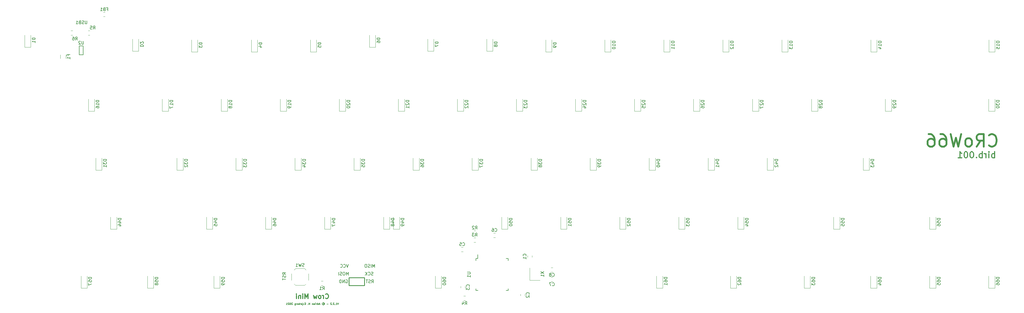
<source format=gbr>
G04 #@! TF.GenerationSoftware,KiCad,Pcbnew,(5.1.4)-1*
G04 #@! TF.CreationDate,2021-12-27T14:47:33+01:00*
G04 #@! TF.ProjectId,CrowMiniMk2,43726f77-4d69-46e6-994d-6b322e6b6963,rev?*
G04 #@! TF.SameCoordinates,Original*
G04 #@! TF.FileFunction,Legend,Bot*
G04 #@! TF.FilePolarity,Positive*
%FSLAX46Y46*%
G04 Gerber Fmt 4.6, Leading zero omitted, Abs format (unit mm)*
G04 Created by KiCad (PCBNEW (5.1.4)-1) date 2021-12-27 14:47:33*
%MOMM*%
%LPD*%
G04 APERTURE LIST*
%ADD10C,0.300000*%
%ADD11C,0.150000*%
%ADD12C,0.600000*%
%ADD13C,0.120000*%
%ADD14C,0.250000*%
G04 APERTURE END LIST*
D10*
X315944000Y-80438761D02*
X315753523Y-80438761D01*
X315563047Y-80534000D01*
X315467809Y-80629238D01*
X315372571Y-80819714D01*
X315277333Y-81200666D01*
X315277333Y-81676857D01*
X315372571Y-82057809D01*
X315467809Y-82248285D01*
X315563047Y-82343523D01*
X315753523Y-82438761D01*
X315944000Y-82438761D01*
X316134476Y-82343523D01*
X316229714Y-82248285D01*
X316324952Y-82057809D01*
X316420190Y-81676857D01*
X316420190Y-81200666D01*
X316324952Y-80819714D01*
X316229714Y-80629238D01*
X316134476Y-80534000D01*
X315944000Y-80438761D01*
X314039238Y-80438761D02*
X313848761Y-80438761D01*
X313658285Y-80534000D01*
X313563047Y-80629238D01*
X313467809Y-80819714D01*
X313372571Y-81200666D01*
X313372571Y-81676857D01*
X313467809Y-82057809D01*
X313563047Y-82248285D01*
X313658285Y-82343523D01*
X313848761Y-82438761D01*
X314039238Y-82438761D01*
X314229714Y-82343523D01*
X314324952Y-82248285D01*
X314420190Y-82057809D01*
X314515428Y-81676857D01*
X314515428Y-81200666D01*
X314420190Y-80819714D01*
X314324952Y-80629238D01*
X314229714Y-80534000D01*
X314039238Y-80438761D01*
X311467809Y-82438761D02*
X312610666Y-82438761D01*
X312039238Y-82438761D02*
X312039238Y-80438761D01*
X312229714Y-80724476D01*
X312420190Y-80914952D01*
X312610666Y-81010190D01*
D11*
X94432380Y-120102380D02*
X93956190Y-119769047D01*
X94432380Y-119530952D02*
X93432380Y-119530952D01*
X93432380Y-119911904D01*
X93480000Y-120007142D01*
X93527619Y-120054761D01*
X93622857Y-120102380D01*
X93765714Y-120102380D01*
X93860952Y-120054761D01*
X93908571Y-120007142D01*
X93956190Y-119911904D01*
X93956190Y-119530952D01*
X94384761Y-120483333D02*
X94432380Y-120626190D01*
X94432380Y-120864285D01*
X94384761Y-120959523D01*
X94337142Y-121007142D01*
X94241904Y-121054761D01*
X94146666Y-121054761D01*
X94051428Y-121007142D01*
X94003809Y-120959523D01*
X93956190Y-120864285D01*
X93908571Y-120673809D01*
X93860952Y-120578571D01*
X93813333Y-120530952D01*
X93718095Y-120483333D01*
X93622857Y-120483333D01*
X93527619Y-120530952D01*
X93480000Y-120578571D01*
X93432380Y-120673809D01*
X93432380Y-120911904D01*
X93480000Y-121054761D01*
X93432380Y-121340476D02*
X93432380Y-121911904D01*
X94432380Y-121626190D02*
X93432380Y-121626190D01*
D10*
X323198761Y-82438761D02*
X323198761Y-80438761D01*
X323198761Y-81200666D02*
X323008285Y-81105428D01*
X322627333Y-81105428D01*
X322436857Y-81200666D01*
X322341619Y-81295904D01*
X322246380Y-81486380D01*
X322246380Y-82057809D01*
X322341619Y-82248285D01*
X322436857Y-82343523D01*
X322627333Y-82438761D01*
X323008285Y-82438761D01*
X323198761Y-82343523D01*
X321389238Y-82438761D02*
X321389238Y-81105428D01*
X321389238Y-80438761D02*
X321484476Y-80534000D01*
X321389238Y-80629238D01*
X321294000Y-80534000D01*
X321389238Y-80438761D01*
X321389238Y-80629238D01*
X320436857Y-82438761D02*
X320436857Y-81105428D01*
X320436857Y-81486380D02*
X320341619Y-81295904D01*
X320246380Y-81200666D01*
X320055904Y-81105428D01*
X319865428Y-81105428D01*
X319198761Y-82438761D02*
X319198761Y-80438761D01*
X319198761Y-81200666D02*
X319008285Y-81105428D01*
X318627333Y-81105428D01*
X318436857Y-81200666D01*
X318341619Y-81295904D01*
X318246380Y-81486380D01*
X318246380Y-82057809D01*
X318341619Y-82248285D01*
X318436857Y-82343523D01*
X318627333Y-82438761D01*
X319008285Y-82438761D01*
X319198761Y-82343523D01*
X317389238Y-82248285D02*
X317294000Y-82343523D01*
X317389238Y-82438761D01*
X317484476Y-82343523D01*
X317389238Y-82248285D01*
X317389238Y-82438761D01*
D12*
X321340666Y-78390571D02*
X321531142Y-78581047D01*
X322102571Y-78771523D01*
X322483523Y-78771523D01*
X323054952Y-78581047D01*
X323435904Y-78200095D01*
X323626380Y-77819142D01*
X323816857Y-77057238D01*
X323816857Y-76485809D01*
X323626380Y-75723904D01*
X323435904Y-75342952D01*
X323054952Y-74962000D01*
X322483523Y-74771523D01*
X322102571Y-74771523D01*
X321531142Y-74962000D01*
X321340666Y-75152476D01*
X317340666Y-78771523D02*
X318674000Y-76866761D01*
X319626380Y-78771523D02*
X319626380Y-74771523D01*
X318102571Y-74771523D01*
X317721619Y-74962000D01*
X317531142Y-75152476D01*
X317340666Y-75533428D01*
X317340666Y-76104857D01*
X317531142Y-76485809D01*
X317721619Y-76676285D01*
X318102571Y-76866761D01*
X319626380Y-76866761D01*
X315054952Y-78771523D02*
X315435904Y-78581047D01*
X315626380Y-78390571D01*
X315816857Y-78009619D01*
X315816857Y-76866761D01*
X315626380Y-76485809D01*
X315435904Y-76295333D01*
X315054952Y-76104857D01*
X314483523Y-76104857D01*
X314102571Y-76295333D01*
X313912095Y-76485809D01*
X313721619Y-76866761D01*
X313721619Y-78009619D01*
X313912095Y-78390571D01*
X314102571Y-78581047D01*
X314483523Y-78771523D01*
X315054952Y-78771523D01*
X312388285Y-74771523D02*
X311435904Y-78771523D01*
X310674000Y-75914380D01*
X309912095Y-78771523D01*
X308959714Y-74771523D01*
X305721619Y-74771523D02*
X306483523Y-74771523D01*
X306864476Y-74962000D01*
X307054952Y-75152476D01*
X307435904Y-75723904D01*
X307626380Y-76485809D01*
X307626380Y-78009619D01*
X307435904Y-78390571D01*
X307245428Y-78581047D01*
X306864476Y-78771523D01*
X306102571Y-78771523D01*
X305721619Y-78581047D01*
X305531142Y-78390571D01*
X305340666Y-78009619D01*
X305340666Y-77057238D01*
X305531142Y-76676285D01*
X305721619Y-76485809D01*
X306102571Y-76295333D01*
X306864476Y-76295333D01*
X307245428Y-76485809D01*
X307435904Y-76676285D01*
X307626380Y-77057238D01*
X301912095Y-74771523D02*
X302674000Y-74771523D01*
X303054952Y-74962000D01*
X303245428Y-75152476D01*
X303626380Y-75723904D01*
X303816857Y-76485809D01*
X303816857Y-78009619D01*
X303626380Y-78390571D01*
X303435904Y-78581047D01*
X303054952Y-78771523D01*
X302293047Y-78771523D01*
X301912095Y-78581047D01*
X301721619Y-78390571D01*
X301531142Y-78009619D01*
X301531142Y-77057238D01*
X301721619Y-76676285D01*
X301912095Y-76485809D01*
X302293047Y-76295333D01*
X303054952Y-76295333D01*
X303435904Y-76485809D01*
X303626380Y-76676285D01*
X303816857Y-77057238D01*
D10*
X107314464Y-127757964D02*
X107385892Y-127829392D01*
X107600178Y-127900821D01*
X107743035Y-127900821D01*
X107957321Y-127829392D01*
X108100178Y-127686535D01*
X108171607Y-127543678D01*
X108243035Y-127257964D01*
X108243035Y-127043678D01*
X108171607Y-126757964D01*
X108100178Y-126615107D01*
X107957321Y-126472250D01*
X107743035Y-126400821D01*
X107600178Y-126400821D01*
X107385892Y-126472250D01*
X107314464Y-126543678D01*
X106671607Y-127900821D02*
X106671607Y-126900821D01*
X106671607Y-127186535D02*
X106600178Y-127043678D01*
X106528750Y-126972250D01*
X106385892Y-126900821D01*
X106243035Y-126900821D01*
X105528750Y-127900821D02*
X105671607Y-127829392D01*
X105743035Y-127757964D01*
X105814464Y-127615107D01*
X105814464Y-127186535D01*
X105743035Y-127043678D01*
X105671607Y-126972250D01*
X105528750Y-126900821D01*
X105314464Y-126900821D01*
X105171607Y-126972250D01*
X105100178Y-127043678D01*
X105028750Y-127186535D01*
X105028750Y-127615107D01*
X105100178Y-127757964D01*
X105171607Y-127829392D01*
X105314464Y-127900821D01*
X105528750Y-127900821D01*
X104528750Y-126900821D02*
X104243035Y-127900821D01*
X103957321Y-127186535D01*
X103671607Y-127900821D01*
X103385892Y-126900821D01*
X101671607Y-127900821D02*
X101671607Y-126400821D01*
X101171607Y-127472250D01*
X100671607Y-126400821D01*
X100671607Y-127900821D01*
X99957321Y-127900821D02*
X99957321Y-126900821D01*
X99957321Y-126400821D02*
X100028750Y-126472250D01*
X99957321Y-126543678D01*
X99885892Y-126472250D01*
X99957321Y-126400821D01*
X99957321Y-126543678D01*
X99243035Y-126900821D02*
X99243035Y-127900821D01*
X99243035Y-127043678D02*
X99171607Y-126972250D01*
X99028750Y-126900821D01*
X98814464Y-126900821D01*
X98671607Y-126972250D01*
X98600178Y-127115107D01*
X98600178Y-127900821D01*
X97885892Y-127900821D02*
X97885892Y-126900821D01*
X97885892Y-126400821D02*
X97957321Y-126472250D01*
X97885892Y-126543678D01*
X97814464Y-126472250D01*
X97885892Y-126400821D01*
X97885892Y-126543678D01*
D11*
X111514464Y-129274928D02*
X111314464Y-129874928D01*
X111114464Y-129274928D01*
X110600178Y-129874928D02*
X110943035Y-129874928D01*
X110771607Y-129874928D02*
X110771607Y-129274928D01*
X110828750Y-129360642D01*
X110885892Y-129417785D01*
X110943035Y-129446357D01*
X110343035Y-129817785D02*
X110314464Y-129846357D01*
X110343035Y-129874928D01*
X110371607Y-129846357D01*
X110343035Y-129817785D01*
X110343035Y-129874928D01*
X110085892Y-129332071D02*
X110057321Y-129303500D01*
X110000178Y-129274928D01*
X109857321Y-129274928D01*
X109800178Y-129303500D01*
X109771607Y-129332071D01*
X109743035Y-129389214D01*
X109743035Y-129446357D01*
X109771607Y-129532071D01*
X110114464Y-129874928D01*
X109743035Y-129874928D01*
X109485892Y-129817785D02*
X109457321Y-129846357D01*
X109485892Y-129874928D01*
X109514464Y-129846357D01*
X109485892Y-129817785D01*
X109485892Y-129874928D01*
X109228750Y-129332071D02*
X109200178Y-129303500D01*
X109143035Y-129274928D01*
X109000178Y-129274928D01*
X108943035Y-129303500D01*
X108914464Y-129332071D01*
X108885892Y-129389214D01*
X108885892Y-129446357D01*
X108914464Y-129532071D01*
X109257321Y-129874928D01*
X108885892Y-129874928D01*
X108171607Y-129646357D02*
X107714464Y-129646357D01*
X106485892Y-129417785D02*
X106543035Y-129389214D01*
X106657321Y-129389214D01*
X106714464Y-129417785D01*
X106771607Y-129474928D01*
X106800178Y-129532071D01*
X106800178Y-129646357D01*
X106771607Y-129703500D01*
X106714464Y-129760642D01*
X106657321Y-129789214D01*
X106543035Y-129789214D01*
X106485892Y-129760642D01*
X106600178Y-129189214D02*
X106743035Y-129217785D01*
X106885892Y-129303500D01*
X106971607Y-129446357D01*
X107000178Y-129589214D01*
X106971607Y-129732071D01*
X106885892Y-129874928D01*
X106743035Y-129960642D01*
X106600178Y-129989214D01*
X106457321Y-129960642D01*
X106314464Y-129874928D01*
X106228750Y-129732071D01*
X106200178Y-129589214D01*
X106228750Y-129446357D01*
X106314464Y-129303500D01*
X106457321Y-129217785D01*
X106600178Y-129189214D01*
X105514464Y-129703500D02*
X105228750Y-129703500D01*
X105571607Y-129874928D02*
X105371607Y-129274928D01*
X105171607Y-129874928D01*
X104714464Y-129874928D02*
X104714464Y-129274928D01*
X104714464Y-129846357D02*
X104771607Y-129874928D01*
X104885892Y-129874928D01*
X104943035Y-129846357D01*
X104971607Y-129817785D01*
X105000178Y-129760642D01*
X105000178Y-129589214D01*
X104971607Y-129532071D01*
X104943035Y-129503500D01*
X104885892Y-129474928D01*
X104771607Y-129474928D01*
X104714464Y-129503500D01*
X104428750Y-129874928D02*
X104428750Y-129474928D01*
X104428750Y-129589214D02*
X104400178Y-129532071D01*
X104371607Y-129503500D01*
X104314464Y-129474928D01*
X104257321Y-129474928D01*
X104057321Y-129874928D02*
X104057321Y-129474928D01*
X104057321Y-129274928D02*
X104085892Y-129303500D01*
X104057321Y-129332071D01*
X104028750Y-129303500D01*
X104057321Y-129274928D01*
X104057321Y-129332071D01*
X103514464Y-129874928D02*
X103514464Y-129560642D01*
X103543035Y-129503500D01*
X103600178Y-129474928D01*
X103714464Y-129474928D01*
X103771607Y-129503500D01*
X103514464Y-129846357D02*
X103571607Y-129874928D01*
X103714464Y-129874928D01*
X103771607Y-129846357D01*
X103800178Y-129789214D01*
X103800178Y-129732071D01*
X103771607Y-129674928D01*
X103714464Y-129646357D01*
X103571607Y-129646357D01*
X103514464Y-129617785D01*
X103228750Y-129474928D02*
X103228750Y-129874928D01*
X103228750Y-129532071D02*
X103200178Y-129503500D01*
X103143035Y-129474928D01*
X103057321Y-129474928D01*
X103000178Y-129503500D01*
X102971607Y-129560642D01*
X102971607Y-129874928D01*
X102228750Y-129874928D02*
X102228750Y-129274928D01*
X102228750Y-129560642D02*
X101885892Y-129560642D01*
X101885892Y-129874928D02*
X101885892Y-129274928D01*
X101600178Y-129817785D02*
X101571607Y-129846357D01*
X101600178Y-129874928D01*
X101628750Y-129846357D01*
X101600178Y-129817785D01*
X101600178Y-129874928D01*
X100857321Y-129560642D02*
X100657321Y-129560642D01*
X100571607Y-129874928D02*
X100857321Y-129874928D01*
X100857321Y-129274928D01*
X100571607Y-129274928D01*
X100371607Y-129474928D02*
X100228750Y-129874928D01*
X100085892Y-129474928D01*
X99857321Y-129474928D02*
X99857321Y-129989214D01*
X99885892Y-130046357D01*
X99943035Y-130074928D01*
X99971607Y-130074928D01*
X99857321Y-129274928D02*
X99885892Y-129303500D01*
X99857321Y-129332071D01*
X99828750Y-129303500D01*
X99857321Y-129274928D01*
X99857321Y-129332071D01*
X99343035Y-129846357D02*
X99400178Y-129874928D01*
X99514464Y-129874928D01*
X99571607Y-129846357D01*
X99600178Y-129789214D01*
X99600178Y-129560642D01*
X99571607Y-129503500D01*
X99514464Y-129474928D01*
X99400178Y-129474928D01*
X99343035Y-129503500D01*
X99314464Y-129560642D01*
X99314464Y-129617785D01*
X99600178Y-129674928D01*
X99057321Y-129874928D02*
X99057321Y-129274928D01*
X99057321Y-129503500D02*
X99000178Y-129474928D01*
X98885892Y-129474928D01*
X98828750Y-129503500D01*
X98800178Y-129532071D01*
X98771607Y-129589214D01*
X98771607Y-129760642D01*
X98800178Y-129817785D01*
X98828750Y-129846357D01*
X98885892Y-129874928D01*
X99000178Y-129874928D01*
X99057321Y-129846357D01*
X98285892Y-129846357D02*
X98343035Y-129874928D01*
X98457321Y-129874928D01*
X98514464Y-129846357D01*
X98543035Y-129789214D01*
X98543035Y-129560642D01*
X98514464Y-129503500D01*
X98457321Y-129474928D01*
X98343035Y-129474928D01*
X98285892Y-129503500D01*
X98257321Y-129560642D01*
X98257321Y-129617785D01*
X98543035Y-129674928D01*
X98000178Y-129874928D02*
X98000178Y-129474928D01*
X98000178Y-129589214D02*
X97971607Y-129532071D01*
X97943035Y-129503500D01*
X97885892Y-129474928D01*
X97828750Y-129474928D01*
X97371607Y-129474928D02*
X97371607Y-129960642D01*
X97400178Y-130017785D01*
X97428750Y-130046357D01*
X97485892Y-130074928D01*
X97571607Y-130074928D01*
X97628750Y-130046357D01*
X97371607Y-129846357D02*
X97428750Y-129874928D01*
X97543035Y-129874928D01*
X97600178Y-129846357D01*
X97628750Y-129817785D01*
X97657321Y-129760642D01*
X97657321Y-129589214D01*
X97628750Y-129532071D01*
X97600178Y-129503500D01*
X97543035Y-129474928D01*
X97428750Y-129474928D01*
X97371607Y-129503500D01*
X96657321Y-129332071D02*
X96628750Y-129303500D01*
X96571607Y-129274928D01*
X96428750Y-129274928D01*
X96371607Y-129303500D01*
X96343035Y-129332071D01*
X96314464Y-129389214D01*
X96314464Y-129446357D01*
X96343035Y-129532071D01*
X96685892Y-129874928D01*
X96314464Y-129874928D01*
X95943035Y-129274928D02*
X95885892Y-129274928D01*
X95828750Y-129303500D01*
X95800178Y-129332071D01*
X95771607Y-129389214D01*
X95743035Y-129503500D01*
X95743035Y-129646357D01*
X95771607Y-129760642D01*
X95800178Y-129817785D01*
X95828750Y-129846357D01*
X95885892Y-129874928D01*
X95943035Y-129874928D01*
X96000178Y-129846357D01*
X96028750Y-129817785D01*
X96057321Y-129760642D01*
X96085892Y-129646357D01*
X96085892Y-129503500D01*
X96057321Y-129389214D01*
X96028750Y-129332071D01*
X96000178Y-129303500D01*
X95943035Y-129274928D01*
X95514464Y-129332071D02*
X95485892Y-129303500D01*
X95428750Y-129274928D01*
X95285892Y-129274928D01*
X95228750Y-129303500D01*
X95200178Y-129332071D01*
X95171607Y-129389214D01*
X95171607Y-129446357D01*
X95200178Y-129532071D01*
X95543035Y-129874928D01*
X95171607Y-129874928D01*
X94600178Y-129874928D02*
X94943035Y-129874928D01*
X94771607Y-129874928D02*
X94771607Y-129274928D01*
X94828750Y-129360642D01*
X94885892Y-129417785D01*
X94943035Y-129446357D01*
D13*
X173229000Y-122015000D02*
X173229000Y-118015000D01*
X176529000Y-122015000D02*
X173229000Y-122015000D01*
X155706578Y-109676000D02*
X155189422Y-109676000D01*
X155706578Y-108256000D02*
X155189422Y-108256000D01*
X155706578Y-107390000D02*
X155189422Y-107390000D01*
X155706578Y-105970000D02*
X155189422Y-105970000D01*
X162056578Y-108152000D02*
X161539422Y-108152000D01*
X162056578Y-106732000D02*
X161539422Y-106732000D01*
X151642578Y-112724000D02*
X151125422Y-112724000D01*
X151642578Y-111304000D02*
X151125422Y-111304000D01*
X173938000Y-114041422D02*
X173938000Y-114558578D01*
X172518000Y-114041422D02*
X172518000Y-114558578D01*
X180081422Y-120956000D02*
X180598578Y-120956000D01*
X180081422Y-122376000D02*
X180598578Y-122376000D01*
X180081422Y-117908000D02*
X180598578Y-117908000D01*
X180081422Y-119328000D02*
X180598578Y-119328000D01*
X170232000Y-127004578D02*
X170232000Y-126487422D01*
X171652000Y-127004578D02*
X171652000Y-126487422D01*
X151887422Y-127052000D02*
X152404578Y-127052000D01*
X151887422Y-128472000D02*
X152404578Y-128472000D01*
X150928000Y-124464578D02*
X150928000Y-123947422D01*
X152348000Y-124464578D02*
X152348000Y-123947422D01*
X105913422Y-122226000D02*
X106430578Y-122226000D01*
X105913422Y-123646000D02*
X106430578Y-123646000D01*
X21696000Y-50386064D02*
X21696000Y-49181936D01*
X23516000Y-50386064D02*
X23516000Y-49181936D01*
D11*
X29098000Y-49202000D02*
X29098000Y-46302000D01*
X29098000Y-49202000D02*
X27798000Y-49202000D01*
X27798000Y-49202000D02*
X27798000Y-46302000D01*
X27798000Y-46302000D02*
X29098000Y-46302000D01*
D13*
X25141422Y-41358750D02*
X25658578Y-41358750D01*
X25141422Y-42778750D02*
X25658578Y-42778750D01*
X31214828Y-42778750D02*
X30697672Y-42778750D01*
X31214828Y-41358750D02*
X30697672Y-41358750D01*
X323262500Y-67337500D02*
X323262500Y-63437500D01*
X321262500Y-67337500D02*
X321262500Y-63437500D01*
X323262500Y-67337500D02*
X321262500Y-67337500D01*
X289925000Y-67337500D02*
X289925000Y-63437500D01*
X287925000Y-67337500D02*
X287925000Y-63437500D01*
X289925000Y-67337500D02*
X287925000Y-67337500D01*
X266112500Y-67337500D02*
X266112500Y-63437500D01*
X264112500Y-67337500D02*
X264112500Y-63437500D01*
X266112500Y-67337500D02*
X264112500Y-67337500D01*
X247062500Y-67337500D02*
X247062500Y-63437500D01*
X245062500Y-67337500D02*
X245062500Y-63437500D01*
X247062500Y-67337500D02*
X245062500Y-67337500D01*
X228012500Y-67337500D02*
X228012500Y-63437500D01*
X226012500Y-67337500D02*
X226012500Y-63437500D01*
X228012500Y-67337500D02*
X226012500Y-67337500D01*
X208962500Y-67337500D02*
X208962500Y-63437500D01*
X206962500Y-67337500D02*
X206962500Y-63437500D01*
X208962500Y-67337500D02*
X206962500Y-67337500D01*
X189912500Y-67337500D02*
X189912500Y-63437500D01*
X187912500Y-67337500D02*
X187912500Y-63437500D01*
X189912500Y-67337500D02*
X187912500Y-67337500D01*
X170862500Y-67337500D02*
X170862500Y-63437500D01*
X168862500Y-67337500D02*
X168862500Y-63437500D01*
X170862500Y-67337500D02*
X168862500Y-67337500D01*
X151812500Y-67337500D02*
X151812500Y-63437500D01*
X149812500Y-67337500D02*
X149812500Y-63437500D01*
X151812500Y-67337500D02*
X149812500Y-67337500D01*
X132762500Y-67337500D02*
X132762500Y-63437500D01*
X130762500Y-67337500D02*
X130762500Y-63437500D01*
X132762500Y-67337500D02*
X130762500Y-67337500D01*
X113712500Y-67337500D02*
X113712500Y-63437500D01*
X111712500Y-67337500D02*
X111712500Y-63437500D01*
X113712500Y-67337500D02*
X111712500Y-67337500D01*
X94662500Y-67337500D02*
X94662500Y-63437500D01*
X92662500Y-67337500D02*
X92662500Y-63437500D01*
X94662500Y-67337500D02*
X92662500Y-67337500D01*
X75612500Y-67337500D02*
X75612500Y-63437500D01*
X73612500Y-67337500D02*
X73612500Y-63437500D01*
X75612500Y-67337500D02*
X73612500Y-67337500D01*
X56562500Y-67337500D02*
X56562500Y-63437500D01*
X54562500Y-67337500D02*
X54562500Y-63437500D01*
X56562500Y-67337500D02*
X54562500Y-67337500D01*
X32750000Y-67337500D02*
X32750000Y-63437500D01*
X30750000Y-67337500D02*
X30750000Y-63437500D01*
X32750000Y-67337500D02*
X30750000Y-67337500D01*
X323326000Y-48224000D02*
X323326000Y-44324000D01*
X321326000Y-48224000D02*
X321326000Y-44324000D01*
X323326000Y-48224000D02*
X321326000Y-48224000D01*
X285226000Y-48224000D02*
X285226000Y-44324000D01*
X283226000Y-48224000D02*
X283226000Y-44324000D01*
X285226000Y-48224000D02*
X283226000Y-48224000D01*
X256524000Y-48224000D02*
X256524000Y-44324000D01*
X254524000Y-48224000D02*
X254524000Y-44324000D01*
X256524000Y-48224000D02*
X254524000Y-48224000D01*
X237474000Y-48224000D02*
X237474000Y-44324000D01*
X235474000Y-48224000D02*
X235474000Y-44324000D01*
X237474000Y-48224000D02*
X235474000Y-48224000D01*
X218424000Y-48224000D02*
X218424000Y-44324000D01*
X216424000Y-48224000D02*
X216424000Y-44324000D01*
X218424000Y-48224000D02*
X216424000Y-48224000D01*
X199374000Y-48224000D02*
X199374000Y-44324000D01*
X197374000Y-48224000D02*
X197374000Y-44324000D01*
X199374000Y-48224000D02*
X197374000Y-48224000D01*
X180324000Y-48224000D02*
X180324000Y-44324000D01*
X178324000Y-48224000D02*
X178324000Y-44324000D01*
X180324000Y-48224000D02*
X178324000Y-48224000D01*
X161274000Y-47970000D02*
X161274000Y-44070000D01*
X159274000Y-47970000D02*
X159274000Y-44070000D01*
X161274000Y-47970000D02*
X159274000Y-47970000D01*
X142224000Y-47970000D02*
X142224000Y-44070000D01*
X140224000Y-47970000D02*
X140224000Y-44070000D01*
X142224000Y-47970000D02*
X140224000Y-47970000D01*
X123428000Y-46700000D02*
X123428000Y-42800000D01*
X121428000Y-46700000D02*
X121428000Y-42800000D01*
X123428000Y-46700000D02*
X121428000Y-46700000D01*
X104378000Y-48224000D02*
X104378000Y-44324000D01*
X102378000Y-48224000D02*
X102378000Y-44324000D01*
X104378000Y-48224000D02*
X102378000Y-48224000D01*
X85328000Y-48224000D02*
X85328000Y-44324000D01*
X83328000Y-48224000D02*
X83328000Y-44324000D01*
X85328000Y-48224000D02*
X83328000Y-48224000D01*
X66024000Y-48224000D02*
X66024000Y-44324000D01*
X64024000Y-48224000D02*
X64024000Y-44324000D01*
X66024000Y-48224000D02*
X64024000Y-48224000D01*
X46974000Y-47970000D02*
X46974000Y-44070000D01*
X44974000Y-47970000D02*
X44974000Y-44070000D01*
X46974000Y-47970000D02*
X44974000Y-47970000D01*
X12176000Y-46700000D02*
X12176000Y-42800000D01*
X10176000Y-46700000D02*
X10176000Y-42800000D01*
X12176000Y-46700000D02*
X10176000Y-46700000D01*
X36136078Y-36841500D02*
X35618922Y-36841500D01*
X36136078Y-35421500D02*
X35618922Y-35421500D01*
D11*
X155861000Y-114967000D02*
X156436000Y-114967000D01*
X155861000Y-125317000D02*
X156536000Y-125317000D01*
X166211000Y-125317000D02*
X165536000Y-125317000D01*
X166211000Y-114967000D02*
X165536000Y-114967000D01*
X155861000Y-114967000D02*
X155861000Y-115642000D01*
X166211000Y-114967000D02*
X166211000Y-115642000D01*
X166211000Y-125317000D02*
X166211000Y-124642000D01*
X155861000Y-125317000D02*
X155861000Y-124642000D01*
X156436000Y-114967000D02*
X156436000Y-113692000D01*
D13*
X101780000Y-121944000D02*
X101780000Y-119864000D01*
X97610000Y-118184000D02*
X97120000Y-118674000D01*
X96340000Y-121944000D02*
X96340000Y-119864000D01*
X100510000Y-118184000D02*
X101000000Y-118674000D01*
X100510000Y-118184000D02*
X97610000Y-118184000D01*
X100510000Y-123624000D02*
X101000000Y-123134000D01*
X100510000Y-123624000D02*
X97610000Y-123624000D01*
X97610000Y-123624000D02*
X97120000Y-123134000D01*
D14*
X119848000Y-123638000D02*
X119848000Y-121138000D01*
X114848000Y-123638000D02*
X119848000Y-123638000D01*
X114848000Y-121138000D02*
X114848000Y-123638000D01*
X119848000Y-121138000D02*
X114848000Y-121138000D01*
D13*
X323262500Y-124487500D02*
X321262500Y-124487500D01*
X321262500Y-124487500D02*
X321262500Y-120587500D01*
X323262500Y-124487500D02*
X323262500Y-120587500D01*
X304212500Y-124487500D02*
X302212500Y-124487500D01*
X302212500Y-124487500D02*
X302212500Y-120587500D01*
X304212500Y-124487500D02*
X304212500Y-120587500D01*
X285162500Y-124487500D02*
X283162500Y-124487500D01*
X283162500Y-124487500D02*
X283162500Y-120587500D01*
X285162500Y-124487500D02*
X285162500Y-120587500D01*
X263731250Y-124487500D02*
X261731250Y-124487500D01*
X261731250Y-124487500D02*
X261731250Y-120587500D01*
X263731250Y-124487500D02*
X263731250Y-120587500D01*
X239918750Y-124487500D02*
X237918750Y-124487500D01*
X237918750Y-124487500D02*
X237918750Y-120587500D01*
X239918750Y-124487500D02*
X239918750Y-120587500D01*
X216106250Y-124487500D02*
X214106250Y-124487500D01*
X214106250Y-124487500D02*
X214106250Y-120587500D01*
X216106250Y-124487500D02*
X216106250Y-120587500D01*
X144668750Y-124487500D02*
X142668750Y-124487500D01*
X142668750Y-124487500D02*
X142668750Y-120587500D01*
X144668750Y-124487500D02*
X144668750Y-120587500D01*
X73231250Y-124487500D02*
X71231250Y-124487500D01*
X71231250Y-124487500D02*
X71231250Y-120587500D01*
X73231250Y-124487500D02*
X73231250Y-120587500D01*
X51800000Y-124487500D02*
X49800000Y-124487500D01*
X49800000Y-124487500D02*
X49800000Y-120587500D01*
X51800000Y-124487500D02*
X51800000Y-120587500D01*
X30368750Y-124487500D02*
X30368750Y-120587500D01*
X28368750Y-124487500D02*
X28368750Y-120587500D01*
X30368750Y-124487500D02*
X28368750Y-124487500D01*
X304212500Y-105437500D02*
X302212500Y-105437500D01*
X302212500Y-105437500D02*
X302212500Y-101537500D01*
X304212500Y-105437500D02*
X304212500Y-101537500D01*
X273256250Y-105437500D02*
X271256250Y-105437500D01*
X271256250Y-105437500D02*
X271256250Y-101537500D01*
X273256250Y-105437500D02*
X273256250Y-101537500D01*
X242300000Y-105437500D02*
X242300000Y-101537500D01*
X240300000Y-105437500D02*
X240300000Y-101537500D01*
X242300000Y-105437500D02*
X240300000Y-105437500D01*
X223250000Y-105437500D02*
X223250000Y-101537500D01*
X221250000Y-105437500D02*
X221250000Y-101537500D01*
X223250000Y-105437500D02*
X221250000Y-105437500D01*
X204200000Y-105437500D02*
X204200000Y-101537500D01*
X202200000Y-105437500D02*
X202200000Y-101537500D01*
X204200000Y-105437500D02*
X202200000Y-105437500D01*
X185150000Y-105437500D02*
X183150000Y-105437500D01*
X183150000Y-105437500D02*
X183150000Y-101537500D01*
X185150000Y-105437500D02*
X185150000Y-101537500D01*
X166100000Y-105437500D02*
X166100000Y-101537500D01*
X164100000Y-105437500D02*
X164100000Y-101537500D01*
X166100000Y-105437500D02*
X164100000Y-105437500D01*
X131175000Y-105437500D02*
X131175000Y-101537500D01*
X129175000Y-105437500D02*
X129175000Y-101537500D01*
X131175000Y-105437500D02*
X129175000Y-105437500D01*
X128000000Y-105437500D02*
X128000000Y-101537500D01*
X126000000Y-105437500D02*
X126000000Y-101537500D01*
X128000000Y-105437500D02*
X126000000Y-105437500D01*
X108950000Y-105437500D02*
X108950000Y-101537500D01*
X106950000Y-105437500D02*
X106950000Y-101537500D01*
X108950000Y-105437500D02*
X106950000Y-105437500D01*
X89900000Y-105437500D02*
X89900000Y-101537500D01*
X87900000Y-105437500D02*
X87900000Y-101537500D01*
X89900000Y-105437500D02*
X87900000Y-105437500D01*
X70850000Y-105437500D02*
X70850000Y-101537500D01*
X68850000Y-105437500D02*
X68850000Y-101537500D01*
X70850000Y-105437500D02*
X68850000Y-105437500D01*
X39893750Y-105437500D02*
X37893750Y-105437500D01*
X37893750Y-105437500D02*
X37893750Y-101537500D01*
X39893750Y-105437500D02*
X39893750Y-101537500D01*
X282781250Y-86387500D02*
X280781250Y-86387500D01*
X280781250Y-86387500D02*
X280781250Y-82487500D01*
X282781250Y-86387500D02*
X282781250Y-82487500D01*
X251825000Y-86387500D02*
X249825000Y-86387500D01*
X249825000Y-86387500D02*
X249825000Y-82487500D01*
X251825000Y-86387500D02*
X251825000Y-82487500D01*
X232775000Y-86387500D02*
X230775000Y-86387500D01*
X230775000Y-86387500D02*
X230775000Y-82487500D01*
X232775000Y-86387500D02*
X232775000Y-82487500D01*
X213725000Y-86387500D02*
X211725000Y-86387500D01*
X211725000Y-86387500D02*
X211725000Y-82487500D01*
X213725000Y-86387500D02*
X213725000Y-82487500D01*
X194675000Y-86387500D02*
X192675000Y-86387500D01*
X192675000Y-86387500D02*
X192675000Y-82487500D01*
X194675000Y-86387500D02*
X194675000Y-82487500D01*
X175625000Y-86387500D02*
X173625000Y-86387500D01*
X173625000Y-86387500D02*
X173625000Y-82487500D01*
X175625000Y-86387500D02*
X175625000Y-82487500D01*
X156575000Y-86387500D02*
X154575000Y-86387500D01*
X154575000Y-86387500D02*
X154575000Y-82487500D01*
X156575000Y-86387500D02*
X156575000Y-82487500D01*
X137525000Y-86387500D02*
X135525000Y-86387500D01*
X135525000Y-86387500D02*
X135525000Y-82487500D01*
X137525000Y-86387500D02*
X137525000Y-82487500D01*
X118475000Y-86387500D02*
X116475000Y-86387500D01*
X116475000Y-86387500D02*
X116475000Y-82487500D01*
X118475000Y-86387500D02*
X118475000Y-82487500D01*
X99425000Y-86387500D02*
X97425000Y-86387500D01*
X97425000Y-86387500D02*
X97425000Y-82487500D01*
X99425000Y-86387500D02*
X99425000Y-82487500D01*
X80375000Y-86387500D02*
X78375000Y-86387500D01*
X78375000Y-86387500D02*
X78375000Y-82487500D01*
X80375000Y-86387500D02*
X80375000Y-82487500D01*
X61325000Y-86387500D02*
X59325000Y-86387500D01*
X59325000Y-86387500D02*
X59325000Y-82487500D01*
X61325000Y-86387500D02*
X61325000Y-82487500D01*
X35131250Y-86387500D02*
X33131250Y-86387500D01*
X33131250Y-86387500D02*
X33131250Y-82487500D01*
X35131250Y-86387500D02*
X35131250Y-82487500D01*
D11*
X176781380Y-119205476D02*
X177781380Y-119872142D01*
X176781380Y-119872142D02*
X177781380Y-119205476D01*
X177781380Y-120776904D02*
X177781380Y-120205476D01*
X177781380Y-120491190D02*
X176781380Y-120491190D01*
X176924238Y-120395952D01*
X177019476Y-120300714D01*
X177067095Y-120205476D01*
X30313095Y-38166380D02*
X30313095Y-38975904D01*
X30265476Y-39071142D01*
X30217857Y-39118761D01*
X30122619Y-39166380D01*
X29932142Y-39166380D01*
X29836904Y-39118761D01*
X29789285Y-39071142D01*
X29741666Y-38975904D01*
X29741666Y-38166380D01*
X29313095Y-39118761D02*
X29170238Y-39166380D01*
X28932142Y-39166380D01*
X28836904Y-39118761D01*
X28789285Y-39071142D01*
X28741666Y-38975904D01*
X28741666Y-38880666D01*
X28789285Y-38785428D01*
X28836904Y-38737809D01*
X28932142Y-38690190D01*
X29122619Y-38642571D01*
X29217857Y-38594952D01*
X29265476Y-38547333D01*
X29313095Y-38452095D01*
X29313095Y-38356857D01*
X29265476Y-38261619D01*
X29217857Y-38214000D01*
X29122619Y-38166380D01*
X28884523Y-38166380D01*
X28741666Y-38214000D01*
X27979761Y-38642571D02*
X27836904Y-38690190D01*
X27789285Y-38737809D01*
X27741666Y-38833047D01*
X27741666Y-38975904D01*
X27789285Y-39071142D01*
X27836904Y-39118761D01*
X27932142Y-39166380D01*
X28313095Y-39166380D01*
X28313095Y-38166380D01*
X27979761Y-38166380D01*
X27884523Y-38214000D01*
X27836904Y-38261619D01*
X27789285Y-38356857D01*
X27789285Y-38452095D01*
X27836904Y-38547333D01*
X27884523Y-38594952D01*
X27979761Y-38642571D01*
X28313095Y-38642571D01*
X26789285Y-39166380D02*
X27360714Y-39166380D01*
X27074999Y-39166380D02*
X27074999Y-38166380D01*
X27170238Y-38309238D01*
X27265476Y-38404476D01*
X27360714Y-38452095D01*
X155614666Y-107768380D02*
X155948000Y-107292190D01*
X156186095Y-107768380D02*
X156186095Y-106768380D01*
X155805142Y-106768380D01*
X155709904Y-106816000D01*
X155662285Y-106863619D01*
X155614666Y-106958857D01*
X155614666Y-107101714D01*
X155662285Y-107196952D01*
X155709904Y-107244571D01*
X155805142Y-107292190D01*
X156186095Y-107292190D01*
X155281333Y-106768380D02*
X154662285Y-106768380D01*
X154995619Y-107149333D01*
X154852761Y-107149333D01*
X154757523Y-107196952D01*
X154709904Y-107244571D01*
X154662285Y-107339809D01*
X154662285Y-107577904D01*
X154709904Y-107673142D01*
X154757523Y-107720761D01*
X154852761Y-107768380D01*
X155138476Y-107768380D01*
X155233714Y-107720761D01*
X155281333Y-107673142D01*
X155614666Y-105482380D02*
X155948000Y-105006190D01*
X156186095Y-105482380D02*
X156186095Y-104482380D01*
X155805142Y-104482380D01*
X155709904Y-104530000D01*
X155662285Y-104577619D01*
X155614666Y-104672857D01*
X155614666Y-104815714D01*
X155662285Y-104910952D01*
X155709904Y-104958571D01*
X155805142Y-105006190D01*
X156186095Y-105006190D01*
X155233714Y-104577619D02*
X155186095Y-104530000D01*
X155090857Y-104482380D01*
X154852761Y-104482380D01*
X154757523Y-104530000D01*
X154709904Y-104577619D01*
X154662285Y-104672857D01*
X154662285Y-104768095D01*
X154709904Y-104910952D01*
X155281333Y-105482380D01*
X154662285Y-105482380D01*
X161964666Y-106149142D02*
X162012285Y-106196761D01*
X162155142Y-106244380D01*
X162250380Y-106244380D01*
X162393238Y-106196761D01*
X162488476Y-106101523D01*
X162536095Y-106006285D01*
X162583714Y-105815809D01*
X162583714Y-105672952D01*
X162536095Y-105482476D01*
X162488476Y-105387238D01*
X162393238Y-105292000D01*
X162250380Y-105244380D01*
X162155142Y-105244380D01*
X162012285Y-105292000D01*
X161964666Y-105339619D01*
X161107523Y-105244380D02*
X161298000Y-105244380D01*
X161393238Y-105292000D01*
X161440857Y-105339619D01*
X161536095Y-105482476D01*
X161583714Y-105672952D01*
X161583714Y-106053904D01*
X161536095Y-106149142D01*
X161488476Y-106196761D01*
X161393238Y-106244380D01*
X161202761Y-106244380D01*
X161107523Y-106196761D01*
X161059904Y-106149142D01*
X161012285Y-106053904D01*
X161012285Y-105815809D01*
X161059904Y-105720571D01*
X161107523Y-105672952D01*
X161202761Y-105625333D01*
X161393238Y-105625333D01*
X161488476Y-105672952D01*
X161536095Y-105720571D01*
X161583714Y-105815809D01*
X151550666Y-110721142D02*
X151598285Y-110768761D01*
X151741142Y-110816380D01*
X151836380Y-110816380D01*
X151979238Y-110768761D01*
X152074476Y-110673523D01*
X152122095Y-110578285D01*
X152169714Y-110387809D01*
X152169714Y-110244952D01*
X152122095Y-110054476D01*
X152074476Y-109959238D01*
X151979238Y-109864000D01*
X151836380Y-109816380D01*
X151741142Y-109816380D01*
X151598285Y-109864000D01*
X151550666Y-109911619D01*
X150645904Y-109816380D02*
X151122095Y-109816380D01*
X151169714Y-110292571D01*
X151122095Y-110244952D01*
X151026857Y-110197333D01*
X150788761Y-110197333D01*
X150693523Y-110244952D01*
X150645904Y-110292571D01*
X150598285Y-110387809D01*
X150598285Y-110625904D01*
X150645904Y-110721142D01*
X150693523Y-110768761D01*
X150788761Y-110816380D01*
X151026857Y-110816380D01*
X151122095Y-110768761D01*
X151169714Y-110721142D01*
X171935142Y-114133333D02*
X171982761Y-114085714D01*
X172030380Y-113942857D01*
X172030380Y-113847619D01*
X171982761Y-113704761D01*
X171887523Y-113609523D01*
X171792285Y-113561904D01*
X171601809Y-113514285D01*
X171458952Y-113514285D01*
X171268476Y-113561904D01*
X171173238Y-113609523D01*
X171078000Y-113704761D01*
X171030380Y-113847619D01*
X171030380Y-113942857D01*
X171078000Y-114085714D01*
X171125619Y-114133333D01*
X172030380Y-115085714D02*
X172030380Y-114514285D01*
X172030380Y-114800000D02*
X171030380Y-114800000D01*
X171173238Y-114704761D01*
X171268476Y-114609523D01*
X171316095Y-114514285D01*
X180506666Y-123673142D02*
X180554285Y-123720761D01*
X180697142Y-123768380D01*
X180792380Y-123768380D01*
X180935238Y-123720761D01*
X181030476Y-123625523D01*
X181078095Y-123530285D01*
X181125714Y-123339809D01*
X181125714Y-123196952D01*
X181078095Y-123006476D01*
X181030476Y-122911238D01*
X180935238Y-122816000D01*
X180792380Y-122768380D01*
X180697142Y-122768380D01*
X180554285Y-122816000D01*
X180506666Y-122863619D01*
X180173333Y-122768380D02*
X179506666Y-122768380D01*
X179935238Y-123768380D01*
X180506666Y-120625142D02*
X180554285Y-120672761D01*
X180697142Y-120720380D01*
X180792380Y-120720380D01*
X180935238Y-120672761D01*
X181030476Y-120577523D01*
X181078095Y-120482285D01*
X181125714Y-120291809D01*
X181125714Y-120148952D01*
X181078095Y-119958476D01*
X181030476Y-119863238D01*
X180935238Y-119768000D01*
X180792380Y-119720380D01*
X180697142Y-119720380D01*
X180554285Y-119768000D01*
X180506666Y-119815619D01*
X179935238Y-120148952D02*
X180030476Y-120101333D01*
X180078095Y-120053714D01*
X180125714Y-119958476D01*
X180125714Y-119910857D01*
X180078095Y-119815619D01*
X180030476Y-119768000D01*
X179935238Y-119720380D01*
X179744761Y-119720380D01*
X179649523Y-119768000D01*
X179601904Y-119815619D01*
X179554285Y-119910857D01*
X179554285Y-119958476D01*
X179601904Y-120053714D01*
X179649523Y-120101333D01*
X179744761Y-120148952D01*
X179935238Y-120148952D01*
X180030476Y-120196571D01*
X180078095Y-120244190D01*
X180125714Y-120339428D01*
X180125714Y-120529904D01*
X180078095Y-120625142D01*
X180030476Y-120672761D01*
X179935238Y-120720380D01*
X179744761Y-120720380D01*
X179649523Y-120672761D01*
X179601904Y-120625142D01*
X179554285Y-120529904D01*
X179554285Y-120339428D01*
X179601904Y-120244190D01*
X179649523Y-120196571D01*
X179744761Y-120148952D01*
X172949142Y-126579333D02*
X172996761Y-126531714D01*
X173044380Y-126388857D01*
X173044380Y-126293619D01*
X172996761Y-126150761D01*
X172901523Y-126055523D01*
X172806285Y-126007904D01*
X172615809Y-125960285D01*
X172472952Y-125960285D01*
X172282476Y-126007904D01*
X172187238Y-126055523D01*
X172092000Y-126150761D01*
X172044380Y-126293619D01*
X172044380Y-126388857D01*
X172092000Y-126531714D01*
X172139619Y-126579333D01*
X172139619Y-126960285D02*
X172092000Y-127007904D01*
X172044380Y-127103142D01*
X172044380Y-127341238D01*
X172092000Y-127436476D01*
X172139619Y-127484095D01*
X172234857Y-127531714D01*
X172330095Y-127531714D01*
X172472952Y-127484095D01*
X173044380Y-126912666D01*
X173044380Y-127531714D01*
X152312666Y-129864380D02*
X152646000Y-129388190D01*
X152884095Y-129864380D02*
X152884095Y-128864380D01*
X152503142Y-128864380D01*
X152407904Y-128912000D01*
X152360285Y-128959619D01*
X152312666Y-129054857D01*
X152312666Y-129197714D01*
X152360285Y-129292952D01*
X152407904Y-129340571D01*
X152503142Y-129388190D01*
X152884095Y-129388190D01*
X151455523Y-129197714D02*
X151455523Y-129864380D01*
X151693619Y-128816761D02*
X151931714Y-129531047D01*
X151312666Y-129531047D01*
X153645142Y-124039333D02*
X153692761Y-123991714D01*
X153740380Y-123848857D01*
X153740380Y-123753619D01*
X153692761Y-123610761D01*
X153597523Y-123515523D01*
X153502285Y-123467904D01*
X153311809Y-123420285D01*
X153168952Y-123420285D01*
X152978476Y-123467904D01*
X152883238Y-123515523D01*
X152788000Y-123610761D01*
X152740380Y-123753619D01*
X152740380Y-123848857D01*
X152788000Y-123991714D01*
X152835619Y-124039333D01*
X152740380Y-124372666D02*
X152740380Y-124991714D01*
X153121333Y-124658380D01*
X153121333Y-124801238D01*
X153168952Y-124896476D01*
X153216571Y-124944095D01*
X153311809Y-124991714D01*
X153549904Y-124991714D01*
X153645142Y-124944095D01*
X153692761Y-124896476D01*
X153740380Y-124801238D01*
X153740380Y-124515523D01*
X153692761Y-124420285D01*
X153645142Y-124372666D01*
X106338666Y-125038380D02*
X106672000Y-124562190D01*
X106910095Y-125038380D02*
X106910095Y-124038380D01*
X106529142Y-124038380D01*
X106433904Y-124086000D01*
X106386285Y-124133619D01*
X106338666Y-124228857D01*
X106338666Y-124371714D01*
X106386285Y-124466952D01*
X106433904Y-124514571D01*
X106529142Y-124562190D01*
X106910095Y-124562190D01*
X105386285Y-125038380D02*
X105957714Y-125038380D01*
X105672000Y-125038380D02*
X105672000Y-124038380D01*
X105767238Y-124181238D01*
X105862476Y-124276476D01*
X105957714Y-124324095D01*
X24354571Y-49450666D02*
X24354571Y-49117333D01*
X24878380Y-49117333D02*
X23878380Y-49117333D01*
X23878380Y-49593523D01*
X24878380Y-50498285D02*
X24878380Y-49926857D01*
X24878380Y-50212571D02*
X23878380Y-50212571D01*
X24021238Y-50117333D01*
X24116476Y-50022095D01*
X24164095Y-49926857D01*
X29209904Y-44754380D02*
X29209904Y-45563904D01*
X29162285Y-45659142D01*
X29114666Y-45706761D01*
X29019428Y-45754380D01*
X28828952Y-45754380D01*
X28733714Y-45706761D01*
X28686095Y-45659142D01*
X28638476Y-45563904D01*
X28638476Y-44754380D01*
X28209904Y-44849619D02*
X28162285Y-44802000D01*
X28067047Y-44754380D01*
X27828952Y-44754380D01*
X27733714Y-44802000D01*
X27686095Y-44849619D01*
X27638476Y-44944857D01*
X27638476Y-45040095D01*
X27686095Y-45182952D01*
X28257523Y-45754380D01*
X27638476Y-45754380D01*
X26582666Y-44394380D02*
X26916000Y-43918190D01*
X27154095Y-44394380D02*
X27154095Y-43394380D01*
X26773142Y-43394380D01*
X26677904Y-43442000D01*
X26630285Y-43489619D01*
X26582666Y-43584857D01*
X26582666Y-43727714D01*
X26630285Y-43822952D01*
X26677904Y-43870571D01*
X26773142Y-43918190D01*
X27154095Y-43918190D01*
X25725523Y-43394380D02*
X25916000Y-43394380D01*
X26011238Y-43442000D01*
X26058857Y-43489619D01*
X26154095Y-43632476D01*
X26201714Y-43822952D01*
X26201714Y-44203904D01*
X26154095Y-44299142D01*
X26106476Y-44346761D01*
X26011238Y-44394380D01*
X25820761Y-44394380D01*
X25725523Y-44346761D01*
X25677904Y-44299142D01*
X25630285Y-44203904D01*
X25630285Y-43965809D01*
X25677904Y-43870571D01*
X25725523Y-43822952D01*
X25820761Y-43775333D01*
X26011238Y-43775333D01*
X26106476Y-43822952D01*
X26154095Y-43870571D01*
X26201714Y-43965809D01*
X32297666Y-40871130D02*
X32631000Y-40394940D01*
X32869095Y-40871130D02*
X32869095Y-39871130D01*
X32488142Y-39871130D01*
X32392904Y-39918750D01*
X32345285Y-39966369D01*
X32297666Y-40061607D01*
X32297666Y-40204464D01*
X32345285Y-40299702D01*
X32392904Y-40347321D01*
X32488142Y-40394940D01*
X32869095Y-40394940D01*
X31392904Y-39871130D02*
X31869095Y-39871130D01*
X31916714Y-40347321D01*
X31869095Y-40299702D01*
X31773857Y-40252083D01*
X31535761Y-40252083D01*
X31440523Y-40299702D01*
X31392904Y-40347321D01*
X31345285Y-40442559D01*
X31345285Y-40680654D01*
X31392904Y-40775892D01*
X31440523Y-40823511D01*
X31535761Y-40871130D01*
X31773857Y-40871130D01*
X31869095Y-40823511D01*
X31916714Y-40775892D01*
X324714880Y-63873214D02*
X323714880Y-63873214D01*
X323714880Y-64111309D01*
X323762500Y-64254166D01*
X323857738Y-64349404D01*
X323952976Y-64397023D01*
X324143452Y-64444642D01*
X324286309Y-64444642D01*
X324476785Y-64397023D01*
X324572023Y-64349404D01*
X324667261Y-64254166D01*
X324714880Y-64111309D01*
X324714880Y-63873214D01*
X323714880Y-64777976D02*
X323714880Y-65397023D01*
X324095833Y-65063690D01*
X324095833Y-65206547D01*
X324143452Y-65301785D01*
X324191071Y-65349404D01*
X324286309Y-65397023D01*
X324524404Y-65397023D01*
X324619642Y-65349404D01*
X324667261Y-65301785D01*
X324714880Y-65206547D01*
X324714880Y-64920833D01*
X324667261Y-64825595D01*
X324619642Y-64777976D01*
X323714880Y-66016071D02*
X323714880Y-66111309D01*
X323762500Y-66206547D01*
X323810119Y-66254166D01*
X323905357Y-66301785D01*
X324095833Y-66349404D01*
X324333928Y-66349404D01*
X324524404Y-66301785D01*
X324619642Y-66254166D01*
X324667261Y-66206547D01*
X324714880Y-66111309D01*
X324714880Y-66016071D01*
X324667261Y-65920833D01*
X324619642Y-65873214D01*
X324524404Y-65825595D01*
X324333928Y-65777976D01*
X324095833Y-65777976D01*
X323905357Y-65825595D01*
X323810119Y-65873214D01*
X323762500Y-65920833D01*
X323714880Y-66016071D01*
X291377380Y-63873214D02*
X290377380Y-63873214D01*
X290377380Y-64111309D01*
X290425000Y-64254166D01*
X290520238Y-64349404D01*
X290615476Y-64397023D01*
X290805952Y-64444642D01*
X290948809Y-64444642D01*
X291139285Y-64397023D01*
X291234523Y-64349404D01*
X291329761Y-64254166D01*
X291377380Y-64111309D01*
X291377380Y-63873214D01*
X290472619Y-64825595D02*
X290425000Y-64873214D01*
X290377380Y-64968452D01*
X290377380Y-65206547D01*
X290425000Y-65301785D01*
X290472619Y-65349404D01*
X290567857Y-65397023D01*
X290663095Y-65397023D01*
X290805952Y-65349404D01*
X291377380Y-64777976D01*
X291377380Y-65397023D01*
X291377380Y-65873214D02*
X291377380Y-66063690D01*
X291329761Y-66158928D01*
X291282142Y-66206547D01*
X291139285Y-66301785D01*
X290948809Y-66349404D01*
X290567857Y-66349404D01*
X290472619Y-66301785D01*
X290425000Y-66254166D01*
X290377380Y-66158928D01*
X290377380Y-65968452D01*
X290425000Y-65873214D01*
X290472619Y-65825595D01*
X290567857Y-65777976D01*
X290805952Y-65777976D01*
X290901190Y-65825595D01*
X290948809Y-65873214D01*
X290996428Y-65968452D01*
X290996428Y-66158928D01*
X290948809Y-66254166D01*
X290901190Y-66301785D01*
X290805952Y-66349404D01*
X267564880Y-63873214D02*
X266564880Y-63873214D01*
X266564880Y-64111309D01*
X266612500Y-64254166D01*
X266707738Y-64349404D01*
X266802976Y-64397023D01*
X266993452Y-64444642D01*
X267136309Y-64444642D01*
X267326785Y-64397023D01*
X267422023Y-64349404D01*
X267517261Y-64254166D01*
X267564880Y-64111309D01*
X267564880Y-63873214D01*
X266660119Y-64825595D02*
X266612500Y-64873214D01*
X266564880Y-64968452D01*
X266564880Y-65206547D01*
X266612500Y-65301785D01*
X266660119Y-65349404D01*
X266755357Y-65397023D01*
X266850595Y-65397023D01*
X266993452Y-65349404D01*
X267564880Y-64777976D01*
X267564880Y-65397023D01*
X266993452Y-65968452D02*
X266945833Y-65873214D01*
X266898214Y-65825595D01*
X266802976Y-65777976D01*
X266755357Y-65777976D01*
X266660119Y-65825595D01*
X266612500Y-65873214D01*
X266564880Y-65968452D01*
X266564880Y-66158928D01*
X266612500Y-66254166D01*
X266660119Y-66301785D01*
X266755357Y-66349404D01*
X266802976Y-66349404D01*
X266898214Y-66301785D01*
X266945833Y-66254166D01*
X266993452Y-66158928D01*
X266993452Y-65968452D01*
X267041071Y-65873214D01*
X267088690Y-65825595D01*
X267183928Y-65777976D01*
X267374404Y-65777976D01*
X267469642Y-65825595D01*
X267517261Y-65873214D01*
X267564880Y-65968452D01*
X267564880Y-66158928D01*
X267517261Y-66254166D01*
X267469642Y-66301785D01*
X267374404Y-66349404D01*
X267183928Y-66349404D01*
X267088690Y-66301785D01*
X267041071Y-66254166D01*
X266993452Y-66158928D01*
X248514880Y-63873214D02*
X247514880Y-63873214D01*
X247514880Y-64111309D01*
X247562500Y-64254166D01*
X247657738Y-64349404D01*
X247752976Y-64397023D01*
X247943452Y-64444642D01*
X248086309Y-64444642D01*
X248276785Y-64397023D01*
X248372023Y-64349404D01*
X248467261Y-64254166D01*
X248514880Y-64111309D01*
X248514880Y-63873214D01*
X247610119Y-64825595D02*
X247562500Y-64873214D01*
X247514880Y-64968452D01*
X247514880Y-65206547D01*
X247562500Y-65301785D01*
X247610119Y-65349404D01*
X247705357Y-65397023D01*
X247800595Y-65397023D01*
X247943452Y-65349404D01*
X248514880Y-64777976D01*
X248514880Y-65397023D01*
X247514880Y-65730357D02*
X247514880Y-66397023D01*
X248514880Y-65968452D01*
X229464880Y-63873214D02*
X228464880Y-63873214D01*
X228464880Y-64111309D01*
X228512500Y-64254166D01*
X228607738Y-64349404D01*
X228702976Y-64397023D01*
X228893452Y-64444642D01*
X229036309Y-64444642D01*
X229226785Y-64397023D01*
X229322023Y-64349404D01*
X229417261Y-64254166D01*
X229464880Y-64111309D01*
X229464880Y-63873214D01*
X228560119Y-64825595D02*
X228512500Y-64873214D01*
X228464880Y-64968452D01*
X228464880Y-65206547D01*
X228512500Y-65301785D01*
X228560119Y-65349404D01*
X228655357Y-65397023D01*
X228750595Y-65397023D01*
X228893452Y-65349404D01*
X229464880Y-64777976D01*
X229464880Y-65397023D01*
X228464880Y-66254166D02*
X228464880Y-66063690D01*
X228512500Y-65968452D01*
X228560119Y-65920833D01*
X228702976Y-65825595D01*
X228893452Y-65777976D01*
X229274404Y-65777976D01*
X229369642Y-65825595D01*
X229417261Y-65873214D01*
X229464880Y-65968452D01*
X229464880Y-66158928D01*
X229417261Y-66254166D01*
X229369642Y-66301785D01*
X229274404Y-66349404D01*
X229036309Y-66349404D01*
X228941071Y-66301785D01*
X228893452Y-66254166D01*
X228845833Y-66158928D01*
X228845833Y-65968452D01*
X228893452Y-65873214D01*
X228941071Y-65825595D01*
X229036309Y-65777976D01*
X210414880Y-63873214D02*
X209414880Y-63873214D01*
X209414880Y-64111309D01*
X209462500Y-64254166D01*
X209557738Y-64349404D01*
X209652976Y-64397023D01*
X209843452Y-64444642D01*
X209986309Y-64444642D01*
X210176785Y-64397023D01*
X210272023Y-64349404D01*
X210367261Y-64254166D01*
X210414880Y-64111309D01*
X210414880Y-63873214D01*
X209510119Y-64825595D02*
X209462500Y-64873214D01*
X209414880Y-64968452D01*
X209414880Y-65206547D01*
X209462500Y-65301785D01*
X209510119Y-65349404D01*
X209605357Y-65397023D01*
X209700595Y-65397023D01*
X209843452Y-65349404D01*
X210414880Y-64777976D01*
X210414880Y-65397023D01*
X209414880Y-66301785D02*
X209414880Y-65825595D01*
X209891071Y-65777976D01*
X209843452Y-65825595D01*
X209795833Y-65920833D01*
X209795833Y-66158928D01*
X209843452Y-66254166D01*
X209891071Y-66301785D01*
X209986309Y-66349404D01*
X210224404Y-66349404D01*
X210319642Y-66301785D01*
X210367261Y-66254166D01*
X210414880Y-66158928D01*
X210414880Y-65920833D01*
X210367261Y-65825595D01*
X210319642Y-65777976D01*
X191364880Y-63873214D02*
X190364880Y-63873214D01*
X190364880Y-64111309D01*
X190412500Y-64254166D01*
X190507738Y-64349404D01*
X190602976Y-64397023D01*
X190793452Y-64444642D01*
X190936309Y-64444642D01*
X191126785Y-64397023D01*
X191222023Y-64349404D01*
X191317261Y-64254166D01*
X191364880Y-64111309D01*
X191364880Y-63873214D01*
X190460119Y-64825595D02*
X190412500Y-64873214D01*
X190364880Y-64968452D01*
X190364880Y-65206547D01*
X190412500Y-65301785D01*
X190460119Y-65349404D01*
X190555357Y-65397023D01*
X190650595Y-65397023D01*
X190793452Y-65349404D01*
X191364880Y-64777976D01*
X191364880Y-65397023D01*
X190698214Y-66254166D02*
X191364880Y-66254166D01*
X190317261Y-66016071D02*
X191031547Y-65777976D01*
X191031547Y-66397023D01*
X172314880Y-63873214D02*
X171314880Y-63873214D01*
X171314880Y-64111309D01*
X171362500Y-64254166D01*
X171457738Y-64349404D01*
X171552976Y-64397023D01*
X171743452Y-64444642D01*
X171886309Y-64444642D01*
X172076785Y-64397023D01*
X172172023Y-64349404D01*
X172267261Y-64254166D01*
X172314880Y-64111309D01*
X172314880Y-63873214D01*
X171410119Y-64825595D02*
X171362500Y-64873214D01*
X171314880Y-64968452D01*
X171314880Y-65206547D01*
X171362500Y-65301785D01*
X171410119Y-65349404D01*
X171505357Y-65397023D01*
X171600595Y-65397023D01*
X171743452Y-65349404D01*
X172314880Y-64777976D01*
X172314880Y-65397023D01*
X171314880Y-65730357D02*
X171314880Y-66349404D01*
X171695833Y-66016071D01*
X171695833Y-66158928D01*
X171743452Y-66254166D01*
X171791071Y-66301785D01*
X171886309Y-66349404D01*
X172124404Y-66349404D01*
X172219642Y-66301785D01*
X172267261Y-66254166D01*
X172314880Y-66158928D01*
X172314880Y-65873214D01*
X172267261Y-65777976D01*
X172219642Y-65730357D01*
X153264880Y-63873214D02*
X152264880Y-63873214D01*
X152264880Y-64111309D01*
X152312500Y-64254166D01*
X152407738Y-64349404D01*
X152502976Y-64397023D01*
X152693452Y-64444642D01*
X152836309Y-64444642D01*
X153026785Y-64397023D01*
X153122023Y-64349404D01*
X153217261Y-64254166D01*
X153264880Y-64111309D01*
X153264880Y-63873214D01*
X152360119Y-64825595D02*
X152312500Y-64873214D01*
X152264880Y-64968452D01*
X152264880Y-65206547D01*
X152312500Y-65301785D01*
X152360119Y-65349404D01*
X152455357Y-65397023D01*
X152550595Y-65397023D01*
X152693452Y-65349404D01*
X153264880Y-64777976D01*
X153264880Y-65397023D01*
X152360119Y-65777976D02*
X152312500Y-65825595D01*
X152264880Y-65920833D01*
X152264880Y-66158928D01*
X152312500Y-66254166D01*
X152360119Y-66301785D01*
X152455357Y-66349404D01*
X152550595Y-66349404D01*
X152693452Y-66301785D01*
X153264880Y-65730357D01*
X153264880Y-66349404D01*
X134214880Y-63873214D02*
X133214880Y-63873214D01*
X133214880Y-64111309D01*
X133262500Y-64254166D01*
X133357738Y-64349404D01*
X133452976Y-64397023D01*
X133643452Y-64444642D01*
X133786309Y-64444642D01*
X133976785Y-64397023D01*
X134072023Y-64349404D01*
X134167261Y-64254166D01*
X134214880Y-64111309D01*
X134214880Y-63873214D01*
X133310119Y-64825595D02*
X133262500Y-64873214D01*
X133214880Y-64968452D01*
X133214880Y-65206547D01*
X133262500Y-65301785D01*
X133310119Y-65349404D01*
X133405357Y-65397023D01*
X133500595Y-65397023D01*
X133643452Y-65349404D01*
X134214880Y-64777976D01*
X134214880Y-65397023D01*
X134214880Y-66349404D02*
X134214880Y-65777976D01*
X134214880Y-66063690D02*
X133214880Y-66063690D01*
X133357738Y-65968452D01*
X133452976Y-65873214D01*
X133500595Y-65777976D01*
X115164880Y-63873214D02*
X114164880Y-63873214D01*
X114164880Y-64111309D01*
X114212500Y-64254166D01*
X114307738Y-64349404D01*
X114402976Y-64397023D01*
X114593452Y-64444642D01*
X114736309Y-64444642D01*
X114926785Y-64397023D01*
X115022023Y-64349404D01*
X115117261Y-64254166D01*
X115164880Y-64111309D01*
X115164880Y-63873214D01*
X114260119Y-64825595D02*
X114212500Y-64873214D01*
X114164880Y-64968452D01*
X114164880Y-65206547D01*
X114212500Y-65301785D01*
X114260119Y-65349404D01*
X114355357Y-65397023D01*
X114450595Y-65397023D01*
X114593452Y-65349404D01*
X115164880Y-64777976D01*
X115164880Y-65397023D01*
X114164880Y-66016071D02*
X114164880Y-66111309D01*
X114212500Y-66206547D01*
X114260119Y-66254166D01*
X114355357Y-66301785D01*
X114545833Y-66349404D01*
X114783928Y-66349404D01*
X114974404Y-66301785D01*
X115069642Y-66254166D01*
X115117261Y-66206547D01*
X115164880Y-66111309D01*
X115164880Y-66016071D01*
X115117261Y-65920833D01*
X115069642Y-65873214D01*
X114974404Y-65825595D01*
X114783928Y-65777976D01*
X114545833Y-65777976D01*
X114355357Y-65825595D01*
X114260119Y-65873214D01*
X114212500Y-65920833D01*
X114164880Y-66016071D01*
X96114880Y-63873214D02*
X95114880Y-63873214D01*
X95114880Y-64111309D01*
X95162500Y-64254166D01*
X95257738Y-64349404D01*
X95352976Y-64397023D01*
X95543452Y-64444642D01*
X95686309Y-64444642D01*
X95876785Y-64397023D01*
X95972023Y-64349404D01*
X96067261Y-64254166D01*
X96114880Y-64111309D01*
X96114880Y-63873214D01*
X96114880Y-65397023D02*
X96114880Y-64825595D01*
X96114880Y-65111309D02*
X95114880Y-65111309D01*
X95257738Y-65016071D01*
X95352976Y-64920833D01*
X95400595Y-64825595D01*
X96114880Y-65873214D02*
X96114880Y-66063690D01*
X96067261Y-66158928D01*
X96019642Y-66206547D01*
X95876785Y-66301785D01*
X95686309Y-66349404D01*
X95305357Y-66349404D01*
X95210119Y-66301785D01*
X95162500Y-66254166D01*
X95114880Y-66158928D01*
X95114880Y-65968452D01*
X95162500Y-65873214D01*
X95210119Y-65825595D01*
X95305357Y-65777976D01*
X95543452Y-65777976D01*
X95638690Y-65825595D01*
X95686309Y-65873214D01*
X95733928Y-65968452D01*
X95733928Y-66158928D01*
X95686309Y-66254166D01*
X95638690Y-66301785D01*
X95543452Y-66349404D01*
X77064880Y-63873214D02*
X76064880Y-63873214D01*
X76064880Y-64111309D01*
X76112500Y-64254166D01*
X76207738Y-64349404D01*
X76302976Y-64397023D01*
X76493452Y-64444642D01*
X76636309Y-64444642D01*
X76826785Y-64397023D01*
X76922023Y-64349404D01*
X77017261Y-64254166D01*
X77064880Y-64111309D01*
X77064880Y-63873214D01*
X77064880Y-65397023D02*
X77064880Y-64825595D01*
X77064880Y-65111309D02*
X76064880Y-65111309D01*
X76207738Y-65016071D01*
X76302976Y-64920833D01*
X76350595Y-64825595D01*
X76493452Y-65968452D02*
X76445833Y-65873214D01*
X76398214Y-65825595D01*
X76302976Y-65777976D01*
X76255357Y-65777976D01*
X76160119Y-65825595D01*
X76112500Y-65873214D01*
X76064880Y-65968452D01*
X76064880Y-66158928D01*
X76112500Y-66254166D01*
X76160119Y-66301785D01*
X76255357Y-66349404D01*
X76302976Y-66349404D01*
X76398214Y-66301785D01*
X76445833Y-66254166D01*
X76493452Y-66158928D01*
X76493452Y-65968452D01*
X76541071Y-65873214D01*
X76588690Y-65825595D01*
X76683928Y-65777976D01*
X76874404Y-65777976D01*
X76969642Y-65825595D01*
X77017261Y-65873214D01*
X77064880Y-65968452D01*
X77064880Y-66158928D01*
X77017261Y-66254166D01*
X76969642Y-66301785D01*
X76874404Y-66349404D01*
X76683928Y-66349404D01*
X76588690Y-66301785D01*
X76541071Y-66254166D01*
X76493452Y-66158928D01*
X58014880Y-63873214D02*
X57014880Y-63873214D01*
X57014880Y-64111309D01*
X57062500Y-64254166D01*
X57157738Y-64349404D01*
X57252976Y-64397023D01*
X57443452Y-64444642D01*
X57586309Y-64444642D01*
X57776785Y-64397023D01*
X57872023Y-64349404D01*
X57967261Y-64254166D01*
X58014880Y-64111309D01*
X58014880Y-63873214D01*
X58014880Y-65397023D02*
X58014880Y-64825595D01*
X58014880Y-65111309D02*
X57014880Y-65111309D01*
X57157738Y-65016071D01*
X57252976Y-64920833D01*
X57300595Y-64825595D01*
X57014880Y-65730357D02*
X57014880Y-66397023D01*
X58014880Y-65968452D01*
X34202380Y-63873214D02*
X33202380Y-63873214D01*
X33202380Y-64111309D01*
X33250000Y-64254166D01*
X33345238Y-64349404D01*
X33440476Y-64397023D01*
X33630952Y-64444642D01*
X33773809Y-64444642D01*
X33964285Y-64397023D01*
X34059523Y-64349404D01*
X34154761Y-64254166D01*
X34202380Y-64111309D01*
X34202380Y-63873214D01*
X34202380Y-65397023D02*
X34202380Y-64825595D01*
X34202380Y-65111309D02*
X33202380Y-65111309D01*
X33345238Y-65016071D01*
X33440476Y-64920833D01*
X33488095Y-64825595D01*
X33202380Y-66254166D02*
X33202380Y-66063690D01*
X33250000Y-65968452D01*
X33297619Y-65920833D01*
X33440476Y-65825595D01*
X33630952Y-65777976D01*
X34011904Y-65777976D01*
X34107142Y-65825595D01*
X34154761Y-65873214D01*
X34202380Y-65968452D01*
X34202380Y-66158928D01*
X34154761Y-66254166D01*
X34107142Y-66301785D01*
X34011904Y-66349404D01*
X33773809Y-66349404D01*
X33678571Y-66301785D01*
X33630952Y-66254166D01*
X33583333Y-66158928D01*
X33583333Y-65968452D01*
X33630952Y-65873214D01*
X33678571Y-65825595D01*
X33773809Y-65777976D01*
X324778380Y-44759714D02*
X323778380Y-44759714D01*
X323778380Y-44997809D01*
X323826000Y-45140666D01*
X323921238Y-45235904D01*
X324016476Y-45283523D01*
X324206952Y-45331142D01*
X324349809Y-45331142D01*
X324540285Y-45283523D01*
X324635523Y-45235904D01*
X324730761Y-45140666D01*
X324778380Y-44997809D01*
X324778380Y-44759714D01*
X324778380Y-46283523D02*
X324778380Y-45712095D01*
X324778380Y-45997809D02*
X323778380Y-45997809D01*
X323921238Y-45902571D01*
X324016476Y-45807333D01*
X324064095Y-45712095D01*
X323778380Y-47188285D02*
X323778380Y-46712095D01*
X324254571Y-46664476D01*
X324206952Y-46712095D01*
X324159333Y-46807333D01*
X324159333Y-47045428D01*
X324206952Y-47140666D01*
X324254571Y-47188285D01*
X324349809Y-47235904D01*
X324587904Y-47235904D01*
X324683142Y-47188285D01*
X324730761Y-47140666D01*
X324778380Y-47045428D01*
X324778380Y-46807333D01*
X324730761Y-46712095D01*
X324683142Y-46664476D01*
X286678380Y-44759714D02*
X285678380Y-44759714D01*
X285678380Y-44997809D01*
X285726000Y-45140666D01*
X285821238Y-45235904D01*
X285916476Y-45283523D01*
X286106952Y-45331142D01*
X286249809Y-45331142D01*
X286440285Y-45283523D01*
X286535523Y-45235904D01*
X286630761Y-45140666D01*
X286678380Y-44997809D01*
X286678380Y-44759714D01*
X286678380Y-46283523D02*
X286678380Y-45712095D01*
X286678380Y-45997809D02*
X285678380Y-45997809D01*
X285821238Y-45902571D01*
X285916476Y-45807333D01*
X285964095Y-45712095D01*
X286011714Y-47140666D02*
X286678380Y-47140666D01*
X285630761Y-46902571D02*
X286345047Y-46664476D01*
X286345047Y-47283523D01*
X257976380Y-44759714D02*
X256976380Y-44759714D01*
X256976380Y-44997809D01*
X257024000Y-45140666D01*
X257119238Y-45235904D01*
X257214476Y-45283523D01*
X257404952Y-45331142D01*
X257547809Y-45331142D01*
X257738285Y-45283523D01*
X257833523Y-45235904D01*
X257928761Y-45140666D01*
X257976380Y-44997809D01*
X257976380Y-44759714D01*
X257976380Y-46283523D02*
X257976380Y-45712095D01*
X257976380Y-45997809D02*
X256976380Y-45997809D01*
X257119238Y-45902571D01*
X257214476Y-45807333D01*
X257262095Y-45712095D01*
X256976380Y-46616857D02*
X256976380Y-47235904D01*
X257357333Y-46902571D01*
X257357333Y-47045428D01*
X257404952Y-47140666D01*
X257452571Y-47188285D01*
X257547809Y-47235904D01*
X257785904Y-47235904D01*
X257881142Y-47188285D01*
X257928761Y-47140666D01*
X257976380Y-47045428D01*
X257976380Y-46759714D01*
X257928761Y-46664476D01*
X257881142Y-46616857D01*
X238926380Y-44759714D02*
X237926380Y-44759714D01*
X237926380Y-44997809D01*
X237974000Y-45140666D01*
X238069238Y-45235904D01*
X238164476Y-45283523D01*
X238354952Y-45331142D01*
X238497809Y-45331142D01*
X238688285Y-45283523D01*
X238783523Y-45235904D01*
X238878761Y-45140666D01*
X238926380Y-44997809D01*
X238926380Y-44759714D01*
X238926380Y-46283523D02*
X238926380Y-45712095D01*
X238926380Y-45997809D02*
X237926380Y-45997809D01*
X238069238Y-45902571D01*
X238164476Y-45807333D01*
X238212095Y-45712095D01*
X238021619Y-46664476D02*
X237974000Y-46712095D01*
X237926380Y-46807333D01*
X237926380Y-47045428D01*
X237974000Y-47140666D01*
X238021619Y-47188285D01*
X238116857Y-47235904D01*
X238212095Y-47235904D01*
X238354952Y-47188285D01*
X238926380Y-46616857D01*
X238926380Y-47235904D01*
X219876380Y-44759714D02*
X218876380Y-44759714D01*
X218876380Y-44997809D01*
X218924000Y-45140666D01*
X219019238Y-45235904D01*
X219114476Y-45283523D01*
X219304952Y-45331142D01*
X219447809Y-45331142D01*
X219638285Y-45283523D01*
X219733523Y-45235904D01*
X219828761Y-45140666D01*
X219876380Y-44997809D01*
X219876380Y-44759714D01*
X219876380Y-46283523D02*
X219876380Y-45712095D01*
X219876380Y-45997809D02*
X218876380Y-45997809D01*
X219019238Y-45902571D01*
X219114476Y-45807333D01*
X219162095Y-45712095D01*
X219876380Y-47235904D02*
X219876380Y-46664476D01*
X219876380Y-46950190D02*
X218876380Y-46950190D01*
X219019238Y-46854952D01*
X219114476Y-46759714D01*
X219162095Y-46664476D01*
X200826380Y-44759714D02*
X199826380Y-44759714D01*
X199826380Y-44997809D01*
X199874000Y-45140666D01*
X199969238Y-45235904D01*
X200064476Y-45283523D01*
X200254952Y-45331142D01*
X200397809Y-45331142D01*
X200588285Y-45283523D01*
X200683523Y-45235904D01*
X200778761Y-45140666D01*
X200826380Y-44997809D01*
X200826380Y-44759714D01*
X200826380Y-46283523D02*
X200826380Y-45712095D01*
X200826380Y-45997809D02*
X199826380Y-45997809D01*
X199969238Y-45902571D01*
X200064476Y-45807333D01*
X200112095Y-45712095D01*
X199826380Y-46902571D02*
X199826380Y-46997809D01*
X199874000Y-47093047D01*
X199921619Y-47140666D01*
X200016857Y-47188285D01*
X200207333Y-47235904D01*
X200445428Y-47235904D01*
X200635904Y-47188285D01*
X200731142Y-47140666D01*
X200778761Y-47093047D01*
X200826380Y-46997809D01*
X200826380Y-46902571D01*
X200778761Y-46807333D01*
X200731142Y-46759714D01*
X200635904Y-46712095D01*
X200445428Y-46664476D01*
X200207333Y-46664476D01*
X200016857Y-46712095D01*
X199921619Y-46759714D01*
X199874000Y-46807333D01*
X199826380Y-46902571D01*
X181776380Y-45235904D02*
X180776380Y-45235904D01*
X180776380Y-45474000D01*
X180824000Y-45616857D01*
X180919238Y-45712095D01*
X181014476Y-45759714D01*
X181204952Y-45807333D01*
X181347809Y-45807333D01*
X181538285Y-45759714D01*
X181633523Y-45712095D01*
X181728761Y-45616857D01*
X181776380Y-45474000D01*
X181776380Y-45235904D01*
X181776380Y-46283523D02*
X181776380Y-46474000D01*
X181728761Y-46569238D01*
X181681142Y-46616857D01*
X181538285Y-46712095D01*
X181347809Y-46759714D01*
X180966857Y-46759714D01*
X180871619Y-46712095D01*
X180824000Y-46664476D01*
X180776380Y-46569238D01*
X180776380Y-46378761D01*
X180824000Y-46283523D01*
X180871619Y-46235904D01*
X180966857Y-46188285D01*
X181204952Y-46188285D01*
X181300190Y-46235904D01*
X181347809Y-46283523D01*
X181395428Y-46378761D01*
X181395428Y-46569238D01*
X181347809Y-46664476D01*
X181300190Y-46712095D01*
X181204952Y-46759714D01*
X162726380Y-44981904D02*
X161726380Y-44981904D01*
X161726380Y-45220000D01*
X161774000Y-45362857D01*
X161869238Y-45458095D01*
X161964476Y-45505714D01*
X162154952Y-45553333D01*
X162297809Y-45553333D01*
X162488285Y-45505714D01*
X162583523Y-45458095D01*
X162678761Y-45362857D01*
X162726380Y-45220000D01*
X162726380Y-44981904D01*
X162154952Y-46124761D02*
X162107333Y-46029523D01*
X162059714Y-45981904D01*
X161964476Y-45934285D01*
X161916857Y-45934285D01*
X161821619Y-45981904D01*
X161774000Y-46029523D01*
X161726380Y-46124761D01*
X161726380Y-46315238D01*
X161774000Y-46410476D01*
X161821619Y-46458095D01*
X161916857Y-46505714D01*
X161964476Y-46505714D01*
X162059714Y-46458095D01*
X162107333Y-46410476D01*
X162154952Y-46315238D01*
X162154952Y-46124761D01*
X162202571Y-46029523D01*
X162250190Y-45981904D01*
X162345428Y-45934285D01*
X162535904Y-45934285D01*
X162631142Y-45981904D01*
X162678761Y-46029523D01*
X162726380Y-46124761D01*
X162726380Y-46315238D01*
X162678761Y-46410476D01*
X162631142Y-46458095D01*
X162535904Y-46505714D01*
X162345428Y-46505714D01*
X162250190Y-46458095D01*
X162202571Y-46410476D01*
X162154952Y-46315238D01*
X143676380Y-44981904D02*
X142676380Y-44981904D01*
X142676380Y-45220000D01*
X142724000Y-45362857D01*
X142819238Y-45458095D01*
X142914476Y-45505714D01*
X143104952Y-45553333D01*
X143247809Y-45553333D01*
X143438285Y-45505714D01*
X143533523Y-45458095D01*
X143628761Y-45362857D01*
X143676380Y-45220000D01*
X143676380Y-44981904D01*
X142676380Y-45886666D02*
X142676380Y-46553333D01*
X143676380Y-46124761D01*
X124880380Y-43711904D02*
X123880380Y-43711904D01*
X123880380Y-43950000D01*
X123928000Y-44092857D01*
X124023238Y-44188095D01*
X124118476Y-44235714D01*
X124308952Y-44283333D01*
X124451809Y-44283333D01*
X124642285Y-44235714D01*
X124737523Y-44188095D01*
X124832761Y-44092857D01*
X124880380Y-43950000D01*
X124880380Y-43711904D01*
X123880380Y-45140476D02*
X123880380Y-44950000D01*
X123928000Y-44854761D01*
X123975619Y-44807142D01*
X124118476Y-44711904D01*
X124308952Y-44664285D01*
X124689904Y-44664285D01*
X124785142Y-44711904D01*
X124832761Y-44759523D01*
X124880380Y-44854761D01*
X124880380Y-45045238D01*
X124832761Y-45140476D01*
X124785142Y-45188095D01*
X124689904Y-45235714D01*
X124451809Y-45235714D01*
X124356571Y-45188095D01*
X124308952Y-45140476D01*
X124261333Y-45045238D01*
X124261333Y-44854761D01*
X124308952Y-44759523D01*
X124356571Y-44711904D01*
X124451809Y-44664285D01*
X105830380Y-45235904D02*
X104830380Y-45235904D01*
X104830380Y-45474000D01*
X104878000Y-45616857D01*
X104973238Y-45712095D01*
X105068476Y-45759714D01*
X105258952Y-45807333D01*
X105401809Y-45807333D01*
X105592285Y-45759714D01*
X105687523Y-45712095D01*
X105782761Y-45616857D01*
X105830380Y-45474000D01*
X105830380Y-45235904D01*
X104830380Y-46712095D02*
X104830380Y-46235904D01*
X105306571Y-46188285D01*
X105258952Y-46235904D01*
X105211333Y-46331142D01*
X105211333Y-46569238D01*
X105258952Y-46664476D01*
X105306571Y-46712095D01*
X105401809Y-46759714D01*
X105639904Y-46759714D01*
X105735142Y-46712095D01*
X105782761Y-46664476D01*
X105830380Y-46569238D01*
X105830380Y-46331142D01*
X105782761Y-46235904D01*
X105735142Y-46188285D01*
X86780380Y-45235904D02*
X85780380Y-45235904D01*
X85780380Y-45474000D01*
X85828000Y-45616857D01*
X85923238Y-45712095D01*
X86018476Y-45759714D01*
X86208952Y-45807333D01*
X86351809Y-45807333D01*
X86542285Y-45759714D01*
X86637523Y-45712095D01*
X86732761Y-45616857D01*
X86780380Y-45474000D01*
X86780380Y-45235904D01*
X86113714Y-46664476D02*
X86780380Y-46664476D01*
X85732761Y-46426380D02*
X86447047Y-46188285D01*
X86447047Y-46807333D01*
X67476380Y-45235904D02*
X66476380Y-45235904D01*
X66476380Y-45474000D01*
X66524000Y-45616857D01*
X66619238Y-45712095D01*
X66714476Y-45759714D01*
X66904952Y-45807333D01*
X67047809Y-45807333D01*
X67238285Y-45759714D01*
X67333523Y-45712095D01*
X67428761Y-45616857D01*
X67476380Y-45474000D01*
X67476380Y-45235904D01*
X66476380Y-46140666D02*
X66476380Y-46759714D01*
X66857333Y-46426380D01*
X66857333Y-46569238D01*
X66904952Y-46664476D01*
X66952571Y-46712095D01*
X67047809Y-46759714D01*
X67285904Y-46759714D01*
X67381142Y-46712095D01*
X67428761Y-46664476D01*
X67476380Y-46569238D01*
X67476380Y-46283523D01*
X67428761Y-46188285D01*
X67381142Y-46140666D01*
X47521619Y-46458095D02*
X48521619Y-46458095D01*
X48521619Y-46220000D01*
X48474000Y-46077142D01*
X48378761Y-45981904D01*
X48283523Y-45934285D01*
X48093047Y-45886666D01*
X47950190Y-45886666D01*
X47759714Y-45934285D01*
X47664476Y-45981904D01*
X47569238Y-46077142D01*
X47521619Y-46220000D01*
X47521619Y-46458095D01*
X48426380Y-45505714D02*
X48474000Y-45458095D01*
X48521619Y-45362857D01*
X48521619Y-45124761D01*
X48474000Y-45029523D01*
X48426380Y-44981904D01*
X48331142Y-44934285D01*
X48235904Y-44934285D01*
X48093047Y-44981904D01*
X47521619Y-45553333D01*
X47521619Y-44934285D01*
X13628380Y-43711904D02*
X12628380Y-43711904D01*
X12628380Y-43950000D01*
X12676000Y-44092857D01*
X12771238Y-44188095D01*
X12866476Y-44235714D01*
X13056952Y-44283333D01*
X13199809Y-44283333D01*
X13390285Y-44235714D01*
X13485523Y-44188095D01*
X13580761Y-44092857D01*
X13628380Y-43950000D01*
X13628380Y-43711904D01*
X13628380Y-45235714D02*
X13628380Y-44664285D01*
X13628380Y-44950000D02*
X12628380Y-44950000D01*
X12771238Y-44854761D01*
X12866476Y-44759523D01*
X12914095Y-44664285D01*
X36710833Y-34410071D02*
X37044166Y-34410071D01*
X37044166Y-34933880D02*
X37044166Y-33933880D01*
X36567976Y-33933880D01*
X35853690Y-34410071D02*
X35710833Y-34457690D01*
X35663214Y-34505309D01*
X35615595Y-34600547D01*
X35615595Y-34743404D01*
X35663214Y-34838642D01*
X35710833Y-34886261D01*
X35806071Y-34933880D01*
X36187023Y-34933880D01*
X36187023Y-33933880D01*
X35853690Y-33933880D01*
X35758452Y-33981500D01*
X35710833Y-34029119D01*
X35663214Y-34124357D01*
X35663214Y-34219595D01*
X35710833Y-34314833D01*
X35758452Y-34362452D01*
X35853690Y-34410071D01*
X36187023Y-34410071D01*
X34663214Y-34933880D02*
X35234642Y-34933880D01*
X34948928Y-34933880D02*
X34948928Y-33933880D01*
X35044166Y-34076738D01*
X35139404Y-34171976D01*
X35234642Y-34219595D01*
X153038380Y-119380095D02*
X153847904Y-119380095D01*
X153943142Y-119427714D01*
X153990761Y-119475333D01*
X154038380Y-119570571D01*
X154038380Y-119761047D01*
X153990761Y-119856285D01*
X153943142Y-119903904D01*
X153847904Y-119951523D01*
X153038380Y-119951523D01*
X154038380Y-120951523D02*
X154038380Y-120380095D01*
X154038380Y-120665809D02*
X153038380Y-120665809D01*
X153181238Y-120570571D01*
X153276476Y-120475333D01*
X153324095Y-120380095D01*
X100393333Y-117498761D02*
X100250476Y-117546380D01*
X100012380Y-117546380D01*
X99917142Y-117498761D01*
X99869523Y-117451142D01*
X99821904Y-117355904D01*
X99821904Y-117260666D01*
X99869523Y-117165428D01*
X99917142Y-117117809D01*
X100012380Y-117070190D01*
X100202857Y-117022571D01*
X100298095Y-116974952D01*
X100345714Y-116927333D01*
X100393333Y-116832095D01*
X100393333Y-116736857D01*
X100345714Y-116641619D01*
X100298095Y-116594000D01*
X100202857Y-116546380D01*
X99964761Y-116546380D01*
X99821904Y-116594000D01*
X99488571Y-116546380D02*
X99250476Y-117546380D01*
X99060000Y-116832095D01*
X98869523Y-117546380D01*
X98631428Y-116546380D01*
X97726666Y-117546380D02*
X98298095Y-117546380D01*
X98012380Y-117546380D02*
X98012380Y-116546380D01*
X98107619Y-116689238D01*
X98202857Y-116784476D01*
X98298095Y-116832095D01*
X123169428Y-117840380D02*
X123169428Y-116840380D01*
X122836095Y-117554666D01*
X122502761Y-116840380D01*
X122502761Y-117840380D01*
X122026571Y-117840380D02*
X122026571Y-116840380D01*
X121598000Y-117792761D02*
X121455142Y-117840380D01*
X121217047Y-117840380D01*
X121121809Y-117792761D01*
X121074190Y-117745142D01*
X121026571Y-117649904D01*
X121026571Y-117554666D01*
X121074190Y-117459428D01*
X121121809Y-117411809D01*
X121217047Y-117364190D01*
X121407523Y-117316571D01*
X121502761Y-117268952D01*
X121550380Y-117221333D01*
X121598000Y-117126095D01*
X121598000Y-117030857D01*
X121550380Y-116935619D01*
X121502761Y-116888000D01*
X121407523Y-116840380D01*
X121169428Y-116840380D01*
X121026571Y-116888000D01*
X120407523Y-116840380D02*
X120217047Y-116840380D01*
X120121809Y-116888000D01*
X120026571Y-116983238D01*
X119978952Y-117173714D01*
X119978952Y-117507047D01*
X120026571Y-117697523D01*
X120121809Y-117792761D01*
X120217047Y-117840380D01*
X120407523Y-117840380D01*
X120502761Y-117792761D01*
X120598000Y-117697523D01*
X120645619Y-117507047D01*
X120645619Y-117173714D01*
X120598000Y-116983238D01*
X120502761Y-116888000D01*
X120407523Y-116840380D01*
X114681333Y-116840380D02*
X114348000Y-117840380D01*
X114014666Y-116840380D01*
X113109904Y-117745142D02*
X113157523Y-117792761D01*
X113300380Y-117840380D01*
X113395619Y-117840380D01*
X113538476Y-117792761D01*
X113633714Y-117697523D01*
X113681333Y-117602285D01*
X113728952Y-117411809D01*
X113728952Y-117268952D01*
X113681333Y-117078476D01*
X113633714Y-116983238D01*
X113538476Y-116888000D01*
X113395619Y-116840380D01*
X113300380Y-116840380D01*
X113157523Y-116888000D01*
X113109904Y-116935619D01*
X112109904Y-117745142D02*
X112157523Y-117792761D01*
X112300380Y-117840380D01*
X112395619Y-117840380D01*
X112538476Y-117792761D01*
X112633714Y-117697523D01*
X112681333Y-117602285D01*
X112728952Y-117411809D01*
X112728952Y-117268952D01*
X112681333Y-117078476D01*
X112633714Y-116983238D01*
X112538476Y-116888000D01*
X112395619Y-116840380D01*
X112300380Y-116840380D01*
X112157523Y-116888000D01*
X112109904Y-116935619D01*
X122633714Y-120292761D02*
X122490857Y-120340380D01*
X122252761Y-120340380D01*
X122157523Y-120292761D01*
X122109904Y-120245142D01*
X122062285Y-120149904D01*
X122062285Y-120054666D01*
X122109904Y-119959428D01*
X122157523Y-119911809D01*
X122252761Y-119864190D01*
X122443238Y-119816571D01*
X122538476Y-119768952D01*
X122586095Y-119721333D01*
X122633714Y-119626095D01*
X122633714Y-119530857D01*
X122586095Y-119435619D01*
X122538476Y-119388000D01*
X122443238Y-119340380D01*
X122205142Y-119340380D01*
X122062285Y-119388000D01*
X121062285Y-120245142D02*
X121109904Y-120292761D01*
X121252761Y-120340380D01*
X121348000Y-120340380D01*
X121490857Y-120292761D01*
X121586095Y-120197523D01*
X121633714Y-120102285D01*
X121681333Y-119911809D01*
X121681333Y-119768952D01*
X121633714Y-119578476D01*
X121586095Y-119483238D01*
X121490857Y-119388000D01*
X121348000Y-119340380D01*
X121252761Y-119340380D01*
X121109904Y-119388000D01*
X121062285Y-119435619D01*
X120633714Y-120340380D02*
X120633714Y-119340380D01*
X120062285Y-120340380D02*
X120490857Y-119768952D01*
X120062285Y-119340380D02*
X120633714Y-119911809D01*
X114669428Y-120340380D02*
X114669428Y-119340380D01*
X114336095Y-120054666D01*
X114002761Y-119340380D01*
X114002761Y-120340380D01*
X113336095Y-119340380D02*
X113145619Y-119340380D01*
X113050380Y-119388000D01*
X112955142Y-119483238D01*
X112907523Y-119673714D01*
X112907523Y-120007047D01*
X112955142Y-120197523D01*
X113050380Y-120292761D01*
X113145619Y-120340380D01*
X113336095Y-120340380D01*
X113431333Y-120292761D01*
X113526571Y-120197523D01*
X113574190Y-120007047D01*
X113574190Y-119673714D01*
X113526571Y-119483238D01*
X113431333Y-119388000D01*
X113336095Y-119340380D01*
X112526571Y-120292761D02*
X112383714Y-120340380D01*
X112145619Y-120340380D01*
X112050380Y-120292761D01*
X112002761Y-120245142D01*
X111955142Y-120149904D01*
X111955142Y-120054666D01*
X112002761Y-119959428D01*
X112050380Y-119911809D01*
X112145619Y-119864190D01*
X112336095Y-119816571D01*
X112431333Y-119768952D01*
X112478952Y-119721333D01*
X112526571Y-119626095D01*
X112526571Y-119530857D01*
X112478952Y-119435619D01*
X112431333Y-119388000D01*
X112336095Y-119340380D01*
X112098000Y-119340380D01*
X111955142Y-119388000D01*
X111526571Y-120340380D02*
X111526571Y-119340380D01*
X122145619Y-122840380D02*
X122478952Y-122364190D01*
X122717047Y-122840380D02*
X122717047Y-121840380D01*
X122336095Y-121840380D01*
X122240857Y-121888000D01*
X122193238Y-121935619D01*
X122145619Y-122030857D01*
X122145619Y-122173714D01*
X122193238Y-122268952D01*
X122240857Y-122316571D01*
X122336095Y-122364190D01*
X122717047Y-122364190D01*
X121764666Y-122792761D02*
X121621809Y-122840380D01*
X121383714Y-122840380D01*
X121288476Y-122792761D01*
X121240857Y-122745142D01*
X121193238Y-122649904D01*
X121193238Y-122554666D01*
X121240857Y-122459428D01*
X121288476Y-122411809D01*
X121383714Y-122364190D01*
X121574190Y-122316571D01*
X121669428Y-122268952D01*
X121717047Y-122221333D01*
X121764666Y-122126095D01*
X121764666Y-122030857D01*
X121717047Y-121935619D01*
X121669428Y-121888000D01*
X121574190Y-121840380D01*
X121336095Y-121840380D01*
X121193238Y-121888000D01*
X120907523Y-121840380D02*
X120336095Y-121840380D01*
X120621809Y-122840380D02*
X120621809Y-121840380D01*
X113859904Y-121888000D02*
X113955142Y-121840380D01*
X114098000Y-121840380D01*
X114240857Y-121888000D01*
X114336095Y-121983238D01*
X114383714Y-122078476D01*
X114431333Y-122268952D01*
X114431333Y-122411809D01*
X114383714Y-122602285D01*
X114336095Y-122697523D01*
X114240857Y-122792761D01*
X114098000Y-122840380D01*
X114002761Y-122840380D01*
X113859904Y-122792761D01*
X113812285Y-122745142D01*
X113812285Y-122411809D01*
X114002761Y-122411809D01*
X113383714Y-122840380D02*
X113383714Y-121840380D01*
X112812285Y-122840380D01*
X112812285Y-121840380D01*
X112336095Y-122840380D02*
X112336095Y-121840380D01*
X112098000Y-121840380D01*
X111955142Y-121888000D01*
X111859904Y-121983238D01*
X111812285Y-122078476D01*
X111764666Y-122268952D01*
X111764666Y-122411809D01*
X111812285Y-122602285D01*
X111859904Y-122697523D01*
X111955142Y-122792761D01*
X112098000Y-122840380D01*
X112336095Y-122840380D01*
X324714880Y-121023214D02*
X323714880Y-121023214D01*
X323714880Y-121261309D01*
X323762500Y-121404166D01*
X323857738Y-121499404D01*
X323952976Y-121547023D01*
X324143452Y-121594642D01*
X324286309Y-121594642D01*
X324476785Y-121547023D01*
X324572023Y-121499404D01*
X324667261Y-121404166D01*
X324714880Y-121261309D01*
X324714880Y-121023214D01*
X323714880Y-122451785D02*
X323714880Y-122261309D01*
X323762500Y-122166071D01*
X323810119Y-122118452D01*
X323952976Y-122023214D01*
X324143452Y-121975595D01*
X324524404Y-121975595D01*
X324619642Y-122023214D01*
X324667261Y-122070833D01*
X324714880Y-122166071D01*
X324714880Y-122356547D01*
X324667261Y-122451785D01*
X324619642Y-122499404D01*
X324524404Y-122547023D01*
X324286309Y-122547023D01*
X324191071Y-122499404D01*
X324143452Y-122451785D01*
X324095833Y-122356547D01*
X324095833Y-122166071D01*
X324143452Y-122070833D01*
X324191071Y-122023214D01*
X324286309Y-121975595D01*
X323714880Y-123404166D02*
X323714880Y-123213690D01*
X323762500Y-123118452D01*
X323810119Y-123070833D01*
X323952976Y-122975595D01*
X324143452Y-122927976D01*
X324524404Y-122927976D01*
X324619642Y-122975595D01*
X324667261Y-123023214D01*
X324714880Y-123118452D01*
X324714880Y-123308928D01*
X324667261Y-123404166D01*
X324619642Y-123451785D01*
X324524404Y-123499404D01*
X324286309Y-123499404D01*
X324191071Y-123451785D01*
X324143452Y-123404166D01*
X324095833Y-123308928D01*
X324095833Y-123118452D01*
X324143452Y-123023214D01*
X324191071Y-122975595D01*
X324286309Y-122927976D01*
X305664880Y-121023214D02*
X304664880Y-121023214D01*
X304664880Y-121261309D01*
X304712500Y-121404166D01*
X304807738Y-121499404D01*
X304902976Y-121547023D01*
X305093452Y-121594642D01*
X305236309Y-121594642D01*
X305426785Y-121547023D01*
X305522023Y-121499404D01*
X305617261Y-121404166D01*
X305664880Y-121261309D01*
X305664880Y-121023214D01*
X304664880Y-122451785D02*
X304664880Y-122261309D01*
X304712500Y-122166071D01*
X304760119Y-122118452D01*
X304902976Y-122023214D01*
X305093452Y-121975595D01*
X305474404Y-121975595D01*
X305569642Y-122023214D01*
X305617261Y-122070833D01*
X305664880Y-122166071D01*
X305664880Y-122356547D01*
X305617261Y-122451785D01*
X305569642Y-122499404D01*
X305474404Y-122547023D01*
X305236309Y-122547023D01*
X305141071Y-122499404D01*
X305093452Y-122451785D01*
X305045833Y-122356547D01*
X305045833Y-122166071D01*
X305093452Y-122070833D01*
X305141071Y-122023214D01*
X305236309Y-121975595D01*
X304664880Y-123451785D02*
X304664880Y-122975595D01*
X305141071Y-122927976D01*
X305093452Y-122975595D01*
X305045833Y-123070833D01*
X305045833Y-123308928D01*
X305093452Y-123404166D01*
X305141071Y-123451785D01*
X305236309Y-123499404D01*
X305474404Y-123499404D01*
X305569642Y-123451785D01*
X305617261Y-123404166D01*
X305664880Y-123308928D01*
X305664880Y-123070833D01*
X305617261Y-122975595D01*
X305569642Y-122927976D01*
X286614880Y-121023214D02*
X285614880Y-121023214D01*
X285614880Y-121261309D01*
X285662500Y-121404166D01*
X285757738Y-121499404D01*
X285852976Y-121547023D01*
X286043452Y-121594642D01*
X286186309Y-121594642D01*
X286376785Y-121547023D01*
X286472023Y-121499404D01*
X286567261Y-121404166D01*
X286614880Y-121261309D01*
X286614880Y-121023214D01*
X285614880Y-122451785D02*
X285614880Y-122261309D01*
X285662500Y-122166071D01*
X285710119Y-122118452D01*
X285852976Y-122023214D01*
X286043452Y-121975595D01*
X286424404Y-121975595D01*
X286519642Y-122023214D01*
X286567261Y-122070833D01*
X286614880Y-122166071D01*
X286614880Y-122356547D01*
X286567261Y-122451785D01*
X286519642Y-122499404D01*
X286424404Y-122547023D01*
X286186309Y-122547023D01*
X286091071Y-122499404D01*
X286043452Y-122451785D01*
X285995833Y-122356547D01*
X285995833Y-122166071D01*
X286043452Y-122070833D01*
X286091071Y-122023214D01*
X286186309Y-121975595D01*
X285948214Y-123404166D02*
X286614880Y-123404166D01*
X285567261Y-123166071D02*
X286281547Y-122927976D01*
X286281547Y-123547023D01*
X265183630Y-121023214D02*
X264183630Y-121023214D01*
X264183630Y-121261309D01*
X264231250Y-121404166D01*
X264326488Y-121499404D01*
X264421726Y-121547023D01*
X264612202Y-121594642D01*
X264755059Y-121594642D01*
X264945535Y-121547023D01*
X265040773Y-121499404D01*
X265136011Y-121404166D01*
X265183630Y-121261309D01*
X265183630Y-121023214D01*
X264183630Y-122451785D02*
X264183630Y-122261309D01*
X264231250Y-122166071D01*
X264278869Y-122118452D01*
X264421726Y-122023214D01*
X264612202Y-121975595D01*
X264993154Y-121975595D01*
X265088392Y-122023214D01*
X265136011Y-122070833D01*
X265183630Y-122166071D01*
X265183630Y-122356547D01*
X265136011Y-122451785D01*
X265088392Y-122499404D01*
X264993154Y-122547023D01*
X264755059Y-122547023D01*
X264659821Y-122499404D01*
X264612202Y-122451785D01*
X264564583Y-122356547D01*
X264564583Y-122166071D01*
X264612202Y-122070833D01*
X264659821Y-122023214D01*
X264755059Y-121975595D01*
X264183630Y-122880357D02*
X264183630Y-123499404D01*
X264564583Y-123166071D01*
X264564583Y-123308928D01*
X264612202Y-123404166D01*
X264659821Y-123451785D01*
X264755059Y-123499404D01*
X264993154Y-123499404D01*
X265088392Y-123451785D01*
X265136011Y-123404166D01*
X265183630Y-123308928D01*
X265183630Y-123023214D01*
X265136011Y-122927976D01*
X265088392Y-122880357D01*
X241371130Y-121023214D02*
X240371130Y-121023214D01*
X240371130Y-121261309D01*
X240418750Y-121404166D01*
X240513988Y-121499404D01*
X240609226Y-121547023D01*
X240799702Y-121594642D01*
X240942559Y-121594642D01*
X241133035Y-121547023D01*
X241228273Y-121499404D01*
X241323511Y-121404166D01*
X241371130Y-121261309D01*
X241371130Y-121023214D01*
X240371130Y-122451785D02*
X240371130Y-122261309D01*
X240418750Y-122166071D01*
X240466369Y-122118452D01*
X240609226Y-122023214D01*
X240799702Y-121975595D01*
X241180654Y-121975595D01*
X241275892Y-122023214D01*
X241323511Y-122070833D01*
X241371130Y-122166071D01*
X241371130Y-122356547D01*
X241323511Y-122451785D01*
X241275892Y-122499404D01*
X241180654Y-122547023D01*
X240942559Y-122547023D01*
X240847321Y-122499404D01*
X240799702Y-122451785D01*
X240752083Y-122356547D01*
X240752083Y-122166071D01*
X240799702Y-122070833D01*
X240847321Y-122023214D01*
X240942559Y-121975595D01*
X240466369Y-122927976D02*
X240418750Y-122975595D01*
X240371130Y-123070833D01*
X240371130Y-123308928D01*
X240418750Y-123404166D01*
X240466369Y-123451785D01*
X240561607Y-123499404D01*
X240656845Y-123499404D01*
X240799702Y-123451785D01*
X241371130Y-122880357D01*
X241371130Y-123499404D01*
X217558630Y-121023214D02*
X216558630Y-121023214D01*
X216558630Y-121261309D01*
X216606250Y-121404166D01*
X216701488Y-121499404D01*
X216796726Y-121547023D01*
X216987202Y-121594642D01*
X217130059Y-121594642D01*
X217320535Y-121547023D01*
X217415773Y-121499404D01*
X217511011Y-121404166D01*
X217558630Y-121261309D01*
X217558630Y-121023214D01*
X216558630Y-122451785D02*
X216558630Y-122261309D01*
X216606250Y-122166071D01*
X216653869Y-122118452D01*
X216796726Y-122023214D01*
X216987202Y-121975595D01*
X217368154Y-121975595D01*
X217463392Y-122023214D01*
X217511011Y-122070833D01*
X217558630Y-122166071D01*
X217558630Y-122356547D01*
X217511011Y-122451785D01*
X217463392Y-122499404D01*
X217368154Y-122547023D01*
X217130059Y-122547023D01*
X217034821Y-122499404D01*
X216987202Y-122451785D01*
X216939583Y-122356547D01*
X216939583Y-122166071D01*
X216987202Y-122070833D01*
X217034821Y-122023214D01*
X217130059Y-121975595D01*
X217558630Y-123499404D02*
X217558630Y-122927976D01*
X217558630Y-123213690D02*
X216558630Y-123213690D01*
X216701488Y-123118452D01*
X216796726Y-123023214D01*
X216844345Y-122927976D01*
X146121130Y-121023214D02*
X145121130Y-121023214D01*
X145121130Y-121261309D01*
X145168750Y-121404166D01*
X145263988Y-121499404D01*
X145359226Y-121547023D01*
X145549702Y-121594642D01*
X145692559Y-121594642D01*
X145883035Y-121547023D01*
X145978273Y-121499404D01*
X146073511Y-121404166D01*
X146121130Y-121261309D01*
X146121130Y-121023214D01*
X145121130Y-122451785D02*
X145121130Y-122261309D01*
X145168750Y-122166071D01*
X145216369Y-122118452D01*
X145359226Y-122023214D01*
X145549702Y-121975595D01*
X145930654Y-121975595D01*
X146025892Y-122023214D01*
X146073511Y-122070833D01*
X146121130Y-122166071D01*
X146121130Y-122356547D01*
X146073511Y-122451785D01*
X146025892Y-122499404D01*
X145930654Y-122547023D01*
X145692559Y-122547023D01*
X145597321Y-122499404D01*
X145549702Y-122451785D01*
X145502083Y-122356547D01*
X145502083Y-122166071D01*
X145549702Y-122070833D01*
X145597321Y-122023214D01*
X145692559Y-121975595D01*
X145121130Y-123166071D02*
X145121130Y-123261309D01*
X145168750Y-123356547D01*
X145216369Y-123404166D01*
X145311607Y-123451785D01*
X145502083Y-123499404D01*
X145740178Y-123499404D01*
X145930654Y-123451785D01*
X146025892Y-123404166D01*
X146073511Y-123356547D01*
X146121130Y-123261309D01*
X146121130Y-123166071D01*
X146073511Y-123070833D01*
X146025892Y-123023214D01*
X145930654Y-122975595D01*
X145740178Y-122927976D01*
X145502083Y-122927976D01*
X145311607Y-122975595D01*
X145216369Y-123023214D01*
X145168750Y-123070833D01*
X145121130Y-123166071D01*
X74683630Y-121023214D02*
X73683630Y-121023214D01*
X73683630Y-121261309D01*
X73731250Y-121404166D01*
X73826488Y-121499404D01*
X73921726Y-121547023D01*
X74112202Y-121594642D01*
X74255059Y-121594642D01*
X74445535Y-121547023D01*
X74540773Y-121499404D01*
X74636011Y-121404166D01*
X74683630Y-121261309D01*
X74683630Y-121023214D01*
X73683630Y-122499404D02*
X73683630Y-122023214D01*
X74159821Y-121975595D01*
X74112202Y-122023214D01*
X74064583Y-122118452D01*
X74064583Y-122356547D01*
X74112202Y-122451785D01*
X74159821Y-122499404D01*
X74255059Y-122547023D01*
X74493154Y-122547023D01*
X74588392Y-122499404D01*
X74636011Y-122451785D01*
X74683630Y-122356547D01*
X74683630Y-122118452D01*
X74636011Y-122023214D01*
X74588392Y-121975595D01*
X74683630Y-123023214D02*
X74683630Y-123213690D01*
X74636011Y-123308928D01*
X74588392Y-123356547D01*
X74445535Y-123451785D01*
X74255059Y-123499404D01*
X73874107Y-123499404D01*
X73778869Y-123451785D01*
X73731250Y-123404166D01*
X73683630Y-123308928D01*
X73683630Y-123118452D01*
X73731250Y-123023214D01*
X73778869Y-122975595D01*
X73874107Y-122927976D01*
X74112202Y-122927976D01*
X74207440Y-122975595D01*
X74255059Y-123023214D01*
X74302678Y-123118452D01*
X74302678Y-123308928D01*
X74255059Y-123404166D01*
X74207440Y-123451785D01*
X74112202Y-123499404D01*
X53252380Y-121023214D02*
X52252380Y-121023214D01*
X52252380Y-121261309D01*
X52300000Y-121404166D01*
X52395238Y-121499404D01*
X52490476Y-121547023D01*
X52680952Y-121594642D01*
X52823809Y-121594642D01*
X53014285Y-121547023D01*
X53109523Y-121499404D01*
X53204761Y-121404166D01*
X53252380Y-121261309D01*
X53252380Y-121023214D01*
X52252380Y-122499404D02*
X52252380Y-122023214D01*
X52728571Y-121975595D01*
X52680952Y-122023214D01*
X52633333Y-122118452D01*
X52633333Y-122356547D01*
X52680952Y-122451785D01*
X52728571Y-122499404D01*
X52823809Y-122547023D01*
X53061904Y-122547023D01*
X53157142Y-122499404D01*
X53204761Y-122451785D01*
X53252380Y-122356547D01*
X53252380Y-122118452D01*
X53204761Y-122023214D01*
X53157142Y-121975595D01*
X52680952Y-123118452D02*
X52633333Y-123023214D01*
X52585714Y-122975595D01*
X52490476Y-122927976D01*
X52442857Y-122927976D01*
X52347619Y-122975595D01*
X52300000Y-123023214D01*
X52252380Y-123118452D01*
X52252380Y-123308928D01*
X52300000Y-123404166D01*
X52347619Y-123451785D01*
X52442857Y-123499404D01*
X52490476Y-123499404D01*
X52585714Y-123451785D01*
X52633333Y-123404166D01*
X52680952Y-123308928D01*
X52680952Y-123118452D01*
X52728571Y-123023214D01*
X52776190Y-122975595D01*
X52871428Y-122927976D01*
X53061904Y-122927976D01*
X53157142Y-122975595D01*
X53204761Y-123023214D01*
X53252380Y-123118452D01*
X53252380Y-123308928D01*
X53204761Y-123404166D01*
X53157142Y-123451785D01*
X53061904Y-123499404D01*
X52871428Y-123499404D01*
X52776190Y-123451785D01*
X52728571Y-123404166D01*
X52680952Y-123308928D01*
X31821130Y-121023214D02*
X30821130Y-121023214D01*
X30821130Y-121261309D01*
X30868750Y-121404166D01*
X30963988Y-121499404D01*
X31059226Y-121547023D01*
X31249702Y-121594642D01*
X31392559Y-121594642D01*
X31583035Y-121547023D01*
X31678273Y-121499404D01*
X31773511Y-121404166D01*
X31821130Y-121261309D01*
X31821130Y-121023214D01*
X30821130Y-122499404D02*
X30821130Y-122023214D01*
X31297321Y-121975595D01*
X31249702Y-122023214D01*
X31202083Y-122118452D01*
X31202083Y-122356547D01*
X31249702Y-122451785D01*
X31297321Y-122499404D01*
X31392559Y-122547023D01*
X31630654Y-122547023D01*
X31725892Y-122499404D01*
X31773511Y-122451785D01*
X31821130Y-122356547D01*
X31821130Y-122118452D01*
X31773511Y-122023214D01*
X31725892Y-121975595D01*
X30821130Y-122880357D02*
X30821130Y-123547023D01*
X31821130Y-123118452D01*
X305664880Y-101973214D02*
X304664880Y-101973214D01*
X304664880Y-102211309D01*
X304712500Y-102354166D01*
X304807738Y-102449404D01*
X304902976Y-102497023D01*
X305093452Y-102544642D01*
X305236309Y-102544642D01*
X305426785Y-102497023D01*
X305522023Y-102449404D01*
X305617261Y-102354166D01*
X305664880Y-102211309D01*
X305664880Y-101973214D01*
X304664880Y-103449404D02*
X304664880Y-102973214D01*
X305141071Y-102925595D01*
X305093452Y-102973214D01*
X305045833Y-103068452D01*
X305045833Y-103306547D01*
X305093452Y-103401785D01*
X305141071Y-103449404D01*
X305236309Y-103497023D01*
X305474404Y-103497023D01*
X305569642Y-103449404D01*
X305617261Y-103401785D01*
X305664880Y-103306547D01*
X305664880Y-103068452D01*
X305617261Y-102973214D01*
X305569642Y-102925595D01*
X304664880Y-104354166D02*
X304664880Y-104163690D01*
X304712500Y-104068452D01*
X304760119Y-104020833D01*
X304902976Y-103925595D01*
X305093452Y-103877976D01*
X305474404Y-103877976D01*
X305569642Y-103925595D01*
X305617261Y-103973214D01*
X305664880Y-104068452D01*
X305664880Y-104258928D01*
X305617261Y-104354166D01*
X305569642Y-104401785D01*
X305474404Y-104449404D01*
X305236309Y-104449404D01*
X305141071Y-104401785D01*
X305093452Y-104354166D01*
X305045833Y-104258928D01*
X305045833Y-104068452D01*
X305093452Y-103973214D01*
X305141071Y-103925595D01*
X305236309Y-103877976D01*
X274708630Y-101973214D02*
X273708630Y-101973214D01*
X273708630Y-102211309D01*
X273756250Y-102354166D01*
X273851488Y-102449404D01*
X273946726Y-102497023D01*
X274137202Y-102544642D01*
X274280059Y-102544642D01*
X274470535Y-102497023D01*
X274565773Y-102449404D01*
X274661011Y-102354166D01*
X274708630Y-102211309D01*
X274708630Y-101973214D01*
X273708630Y-103449404D02*
X273708630Y-102973214D01*
X274184821Y-102925595D01*
X274137202Y-102973214D01*
X274089583Y-103068452D01*
X274089583Y-103306547D01*
X274137202Y-103401785D01*
X274184821Y-103449404D01*
X274280059Y-103497023D01*
X274518154Y-103497023D01*
X274613392Y-103449404D01*
X274661011Y-103401785D01*
X274708630Y-103306547D01*
X274708630Y-103068452D01*
X274661011Y-102973214D01*
X274613392Y-102925595D01*
X273708630Y-104401785D02*
X273708630Y-103925595D01*
X274184821Y-103877976D01*
X274137202Y-103925595D01*
X274089583Y-104020833D01*
X274089583Y-104258928D01*
X274137202Y-104354166D01*
X274184821Y-104401785D01*
X274280059Y-104449404D01*
X274518154Y-104449404D01*
X274613392Y-104401785D01*
X274661011Y-104354166D01*
X274708630Y-104258928D01*
X274708630Y-104020833D01*
X274661011Y-103925595D01*
X274613392Y-103877976D01*
X243752380Y-101973214D02*
X242752380Y-101973214D01*
X242752380Y-102211309D01*
X242800000Y-102354166D01*
X242895238Y-102449404D01*
X242990476Y-102497023D01*
X243180952Y-102544642D01*
X243323809Y-102544642D01*
X243514285Y-102497023D01*
X243609523Y-102449404D01*
X243704761Y-102354166D01*
X243752380Y-102211309D01*
X243752380Y-101973214D01*
X242752380Y-103449404D02*
X242752380Y-102973214D01*
X243228571Y-102925595D01*
X243180952Y-102973214D01*
X243133333Y-103068452D01*
X243133333Y-103306547D01*
X243180952Y-103401785D01*
X243228571Y-103449404D01*
X243323809Y-103497023D01*
X243561904Y-103497023D01*
X243657142Y-103449404D01*
X243704761Y-103401785D01*
X243752380Y-103306547D01*
X243752380Y-103068452D01*
X243704761Y-102973214D01*
X243657142Y-102925595D01*
X243085714Y-104354166D02*
X243752380Y-104354166D01*
X242704761Y-104116071D02*
X243419047Y-103877976D01*
X243419047Y-104497023D01*
X224702380Y-101973214D02*
X223702380Y-101973214D01*
X223702380Y-102211309D01*
X223750000Y-102354166D01*
X223845238Y-102449404D01*
X223940476Y-102497023D01*
X224130952Y-102544642D01*
X224273809Y-102544642D01*
X224464285Y-102497023D01*
X224559523Y-102449404D01*
X224654761Y-102354166D01*
X224702380Y-102211309D01*
X224702380Y-101973214D01*
X223702380Y-103449404D02*
X223702380Y-102973214D01*
X224178571Y-102925595D01*
X224130952Y-102973214D01*
X224083333Y-103068452D01*
X224083333Y-103306547D01*
X224130952Y-103401785D01*
X224178571Y-103449404D01*
X224273809Y-103497023D01*
X224511904Y-103497023D01*
X224607142Y-103449404D01*
X224654761Y-103401785D01*
X224702380Y-103306547D01*
X224702380Y-103068452D01*
X224654761Y-102973214D01*
X224607142Y-102925595D01*
X223702380Y-103830357D02*
X223702380Y-104449404D01*
X224083333Y-104116071D01*
X224083333Y-104258928D01*
X224130952Y-104354166D01*
X224178571Y-104401785D01*
X224273809Y-104449404D01*
X224511904Y-104449404D01*
X224607142Y-104401785D01*
X224654761Y-104354166D01*
X224702380Y-104258928D01*
X224702380Y-103973214D01*
X224654761Y-103877976D01*
X224607142Y-103830357D01*
X205652380Y-101973214D02*
X204652380Y-101973214D01*
X204652380Y-102211309D01*
X204700000Y-102354166D01*
X204795238Y-102449404D01*
X204890476Y-102497023D01*
X205080952Y-102544642D01*
X205223809Y-102544642D01*
X205414285Y-102497023D01*
X205509523Y-102449404D01*
X205604761Y-102354166D01*
X205652380Y-102211309D01*
X205652380Y-101973214D01*
X204652380Y-103449404D02*
X204652380Y-102973214D01*
X205128571Y-102925595D01*
X205080952Y-102973214D01*
X205033333Y-103068452D01*
X205033333Y-103306547D01*
X205080952Y-103401785D01*
X205128571Y-103449404D01*
X205223809Y-103497023D01*
X205461904Y-103497023D01*
X205557142Y-103449404D01*
X205604761Y-103401785D01*
X205652380Y-103306547D01*
X205652380Y-103068452D01*
X205604761Y-102973214D01*
X205557142Y-102925595D01*
X204747619Y-103877976D02*
X204700000Y-103925595D01*
X204652380Y-104020833D01*
X204652380Y-104258928D01*
X204700000Y-104354166D01*
X204747619Y-104401785D01*
X204842857Y-104449404D01*
X204938095Y-104449404D01*
X205080952Y-104401785D01*
X205652380Y-103830357D01*
X205652380Y-104449404D01*
X186602380Y-101973214D02*
X185602380Y-101973214D01*
X185602380Y-102211309D01*
X185650000Y-102354166D01*
X185745238Y-102449404D01*
X185840476Y-102497023D01*
X186030952Y-102544642D01*
X186173809Y-102544642D01*
X186364285Y-102497023D01*
X186459523Y-102449404D01*
X186554761Y-102354166D01*
X186602380Y-102211309D01*
X186602380Y-101973214D01*
X185602380Y-103449404D02*
X185602380Y-102973214D01*
X186078571Y-102925595D01*
X186030952Y-102973214D01*
X185983333Y-103068452D01*
X185983333Y-103306547D01*
X186030952Y-103401785D01*
X186078571Y-103449404D01*
X186173809Y-103497023D01*
X186411904Y-103497023D01*
X186507142Y-103449404D01*
X186554761Y-103401785D01*
X186602380Y-103306547D01*
X186602380Y-103068452D01*
X186554761Y-102973214D01*
X186507142Y-102925595D01*
X186602380Y-104449404D02*
X186602380Y-103877976D01*
X186602380Y-104163690D02*
X185602380Y-104163690D01*
X185745238Y-104068452D01*
X185840476Y-103973214D01*
X185888095Y-103877976D01*
X167552380Y-101973214D02*
X166552380Y-101973214D01*
X166552380Y-102211309D01*
X166600000Y-102354166D01*
X166695238Y-102449404D01*
X166790476Y-102497023D01*
X166980952Y-102544642D01*
X167123809Y-102544642D01*
X167314285Y-102497023D01*
X167409523Y-102449404D01*
X167504761Y-102354166D01*
X167552380Y-102211309D01*
X167552380Y-101973214D01*
X166552380Y-103449404D02*
X166552380Y-102973214D01*
X167028571Y-102925595D01*
X166980952Y-102973214D01*
X166933333Y-103068452D01*
X166933333Y-103306547D01*
X166980952Y-103401785D01*
X167028571Y-103449404D01*
X167123809Y-103497023D01*
X167361904Y-103497023D01*
X167457142Y-103449404D01*
X167504761Y-103401785D01*
X167552380Y-103306547D01*
X167552380Y-103068452D01*
X167504761Y-102973214D01*
X167457142Y-102925595D01*
X166552380Y-104116071D02*
X166552380Y-104211309D01*
X166600000Y-104306547D01*
X166647619Y-104354166D01*
X166742857Y-104401785D01*
X166933333Y-104449404D01*
X167171428Y-104449404D01*
X167361904Y-104401785D01*
X167457142Y-104354166D01*
X167504761Y-104306547D01*
X167552380Y-104211309D01*
X167552380Y-104116071D01*
X167504761Y-104020833D01*
X167457142Y-103973214D01*
X167361904Y-103925595D01*
X167171428Y-103877976D01*
X166933333Y-103877976D01*
X166742857Y-103925595D01*
X166647619Y-103973214D01*
X166600000Y-104020833D01*
X166552380Y-104116071D01*
X132627380Y-101973214D02*
X131627380Y-101973214D01*
X131627380Y-102211309D01*
X131675000Y-102354166D01*
X131770238Y-102449404D01*
X131865476Y-102497023D01*
X132055952Y-102544642D01*
X132198809Y-102544642D01*
X132389285Y-102497023D01*
X132484523Y-102449404D01*
X132579761Y-102354166D01*
X132627380Y-102211309D01*
X132627380Y-101973214D01*
X131960714Y-103401785D02*
X132627380Y-103401785D01*
X131579761Y-103163690D02*
X132294047Y-102925595D01*
X132294047Y-103544642D01*
X132627380Y-103973214D02*
X132627380Y-104163690D01*
X132579761Y-104258928D01*
X132532142Y-104306547D01*
X132389285Y-104401785D01*
X132198809Y-104449404D01*
X131817857Y-104449404D01*
X131722619Y-104401785D01*
X131675000Y-104354166D01*
X131627380Y-104258928D01*
X131627380Y-104068452D01*
X131675000Y-103973214D01*
X131722619Y-103925595D01*
X131817857Y-103877976D01*
X132055952Y-103877976D01*
X132151190Y-103925595D01*
X132198809Y-103973214D01*
X132246428Y-104068452D01*
X132246428Y-104258928D01*
X132198809Y-104354166D01*
X132151190Y-104401785D01*
X132055952Y-104449404D01*
X129452380Y-101973214D02*
X128452380Y-101973214D01*
X128452380Y-102211309D01*
X128500000Y-102354166D01*
X128595238Y-102449404D01*
X128690476Y-102497023D01*
X128880952Y-102544642D01*
X129023809Y-102544642D01*
X129214285Y-102497023D01*
X129309523Y-102449404D01*
X129404761Y-102354166D01*
X129452380Y-102211309D01*
X129452380Y-101973214D01*
X128785714Y-103401785D02*
X129452380Y-103401785D01*
X128404761Y-103163690D02*
X129119047Y-102925595D01*
X129119047Y-103544642D01*
X128880952Y-104068452D02*
X128833333Y-103973214D01*
X128785714Y-103925595D01*
X128690476Y-103877976D01*
X128642857Y-103877976D01*
X128547619Y-103925595D01*
X128500000Y-103973214D01*
X128452380Y-104068452D01*
X128452380Y-104258928D01*
X128500000Y-104354166D01*
X128547619Y-104401785D01*
X128642857Y-104449404D01*
X128690476Y-104449404D01*
X128785714Y-104401785D01*
X128833333Y-104354166D01*
X128880952Y-104258928D01*
X128880952Y-104068452D01*
X128928571Y-103973214D01*
X128976190Y-103925595D01*
X129071428Y-103877976D01*
X129261904Y-103877976D01*
X129357142Y-103925595D01*
X129404761Y-103973214D01*
X129452380Y-104068452D01*
X129452380Y-104258928D01*
X129404761Y-104354166D01*
X129357142Y-104401785D01*
X129261904Y-104449404D01*
X129071428Y-104449404D01*
X128976190Y-104401785D01*
X128928571Y-104354166D01*
X128880952Y-104258928D01*
X110402380Y-101973214D02*
X109402380Y-101973214D01*
X109402380Y-102211309D01*
X109450000Y-102354166D01*
X109545238Y-102449404D01*
X109640476Y-102497023D01*
X109830952Y-102544642D01*
X109973809Y-102544642D01*
X110164285Y-102497023D01*
X110259523Y-102449404D01*
X110354761Y-102354166D01*
X110402380Y-102211309D01*
X110402380Y-101973214D01*
X109735714Y-103401785D02*
X110402380Y-103401785D01*
X109354761Y-103163690D02*
X110069047Y-102925595D01*
X110069047Y-103544642D01*
X109402380Y-103830357D02*
X109402380Y-104497023D01*
X110402380Y-104068452D01*
X91352380Y-101973214D02*
X90352380Y-101973214D01*
X90352380Y-102211309D01*
X90400000Y-102354166D01*
X90495238Y-102449404D01*
X90590476Y-102497023D01*
X90780952Y-102544642D01*
X90923809Y-102544642D01*
X91114285Y-102497023D01*
X91209523Y-102449404D01*
X91304761Y-102354166D01*
X91352380Y-102211309D01*
X91352380Y-101973214D01*
X90685714Y-103401785D02*
X91352380Y-103401785D01*
X90304761Y-103163690D02*
X91019047Y-102925595D01*
X91019047Y-103544642D01*
X90352380Y-104354166D02*
X90352380Y-104163690D01*
X90400000Y-104068452D01*
X90447619Y-104020833D01*
X90590476Y-103925595D01*
X90780952Y-103877976D01*
X91161904Y-103877976D01*
X91257142Y-103925595D01*
X91304761Y-103973214D01*
X91352380Y-104068452D01*
X91352380Y-104258928D01*
X91304761Y-104354166D01*
X91257142Y-104401785D01*
X91161904Y-104449404D01*
X90923809Y-104449404D01*
X90828571Y-104401785D01*
X90780952Y-104354166D01*
X90733333Y-104258928D01*
X90733333Y-104068452D01*
X90780952Y-103973214D01*
X90828571Y-103925595D01*
X90923809Y-103877976D01*
X72302380Y-101973214D02*
X71302380Y-101973214D01*
X71302380Y-102211309D01*
X71350000Y-102354166D01*
X71445238Y-102449404D01*
X71540476Y-102497023D01*
X71730952Y-102544642D01*
X71873809Y-102544642D01*
X72064285Y-102497023D01*
X72159523Y-102449404D01*
X72254761Y-102354166D01*
X72302380Y-102211309D01*
X72302380Y-101973214D01*
X71635714Y-103401785D02*
X72302380Y-103401785D01*
X71254761Y-103163690D02*
X71969047Y-102925595D01*
X71969047Y-103544642D01*
X71302380Y-104401785D02*
X71302380Y-103925595D01*
X71778571Y-103877976D01*
X71730952Y-103925595D01*
X71683333Y-104020833D01*
X71683333Y-104258928D01*
X71730952Y-104354166D01*
X71778571Y-104401785D01*
X71873809Y-104449404D01*
X72111904Y-104449404D01*
X72207142Y-104401785D01*
X72254761Y-104354166D01*
X72302380Y-104258928D01*
X72302380Y-104020833D01*
X72254761Y-103925595D01*
X72207142Y-103877976D01*
X41346130Y-101973214D02*
X40346130Y-101973214D01*
X40346130Y-102211309D01*
X40393750Y-102354166D01*
X40488988Y-102449404D01*
X40584226Y-102497023D01*
X40774702Y-102544642D01*
X40917559Y-102544642D01*
X41108035Y-102497023D01*
X41203273Y-102449404D01*
X41298511Y-102354166D01*
X41346130Y-102211309D01*
X41346130Y-101973214D01*
X40679464Y-103401785D02*
X41346130Y-103401785D01*
X40298511Y-103163690D02*
X41012797Y-102925595D01*
X41012797Y-103544642D01*
X40679464Y-104354166D02*
X41346130Y-104354166D01*
X40298511Y-104116071D02*
X41012797Y-103877976D01*
X41012797Y-104497023D01*
X284233630Y-82923214D02*
X283233630Y-82923214D01*
X283233630Y-83161309D01*
X283281250Y-83304166D01*
X283376488Y-83399404D01*
X283471726Y-83447023D01*
X283662202Y-83494642D01*
X283805059Y-83494642D01*
X283995535Y-83447023D01*
X284090773Y-83399404D01*
X284186011Y-83304166D01*
X284233630Y-83161309D01*
X284233630Y-82923214D01*
X283566964Y-84351785D02*
X284233630Y-84351785D01*
X283186011Y-84113690D02*
X283900297Y-83875595D01*
X283900297Y-84494642D01*
X283233630Y-84780357D02*
X283233630Y-85399404D01*
X283614583Y-85066071D01*
X283614583Y-85208928D01*
X283662202Y-85304166D01*
X283709821Y-85351785D01*
X283805059Y-85399404D01*
X284043154Y-85399404D01*
X284138392Y-85351785D01*
X284186011Y-85304166D01*
X284233630Y-85208928D01*
X284233630Y-84923214D01*
X284186011Y-84827976D01*
X284138392Y-84780357D01*
X253277380Y-82923214D02*
X252277380Y-82923214D01*
X252277380Y-83161309D01*
X252325000Y-83304166D01*
X252420238Y-83399404D01*
X252515476Y-83447023D01*
X252705952Y-83494642D01*
X252848809Y-83494642D01*
X253039285Y-83447023D01*
X253134523Y-83399404D01*
X253229761Y-83304166D01*
X253277380Y-83161309D01*
X253277380Y-82923214D01*
X252610714Y-84351785D02*
X253277380Y-84351785D01*
X252229761Y-84113690D02*
X252944047Y-83875595D01*
X252944047Y-84494642D01*
X252372619Y-84827976D02*
X252325000Y-84875595D01*
X252277380Y-84970833D01*
X252277380Y-85208928D01*
X252325000Y-85304166D01*
X252372619Y-85351785D01*
X252467857Y-85399404D01*
X252563095Y-85399404D01*
X252705952Y-85351785D01*
X253277380Y-84780357D01*
X253277380Y-85399404D01*
X234227380Y-82923214D02*
X233227380Y-82923214D01*
X233227380Y-83161309D01*
X233275000Y-83304166D01*
X233370238Y-83399404D01*
X233465476Y-83447023D01*
X233655952Y-83494642D01*
X233798809Y-83494642D01*
X233989285Y-83447023D01*
X234084523Y-83399404D01*
X234179761Y-83304166D01*
X234227380Y-83161309D01*
X234227380Y-82923214D01*
X233560714Y-84351785D02*
X234227380Y-84351785D01*
X233179761Y-84113690D02*
X233894047Y-83875595D01*
X233894047Y-84494642D01*
X234227380Y-85399404D02*
X234227380Y-84827976D01*
X234227380Y-85113690D02*
X233227380Y-85113690D01*
X233370238Y-85018452D01*
X233465476Y-84923214D01*
X233513095Y-84827976D01*
X215177380Y-82923214D02*
X214177380Y-82923214D01*
X214177380Y-83161309D01*
X214225000Y-83304166D01*
X214320238Y-83399404D01*
X214415476Y-83447023D01*
X214605952Y-83494642D01*
X214748809Y-83494642D01*
X214939285Y-83447023D01*
X215034523Y-83399404D01*
X215129761Y-83304166D01*
X215177380Y-83161309D01*
X215177380Y-82923214D01*
X214510714Y-84351785D02*
X215177380Y-84351785D01*
X214129761Y-84113690D02*
X214844047Y-83875595D01*
X214844047Y-84494642D01*
X214177380Y-85066071D02*
X214177380Y-85161309D01*
X214225000Y-85256547D01*
X214272619Y-85304166D01*
X214367857Y-85351785D01*
X214558333Y-85399404D01*
X214796428Y-85399404D01*
X214986904Y-85351785D01*
X215082142Y-85304166D01*
X215129761Y-85256547D01*
X215177380Y-85161309D01*
X215177380Y-85066071D01*
X215129761Y-84970833D01*
X215082142Y-84923214D01*
X214986904Y-84875595D01*
X214796428Y-84827976D01*
X214558333Y-84827976D01*
X214367857Y-84875595D01*
X214272619Y-84923214D01*
X214225000Y-84970833D01*
X214177380Y-85066071D01*
X196127380Y-82923214D02*
X195127380Y-82923214D01*
X195127380Y-83161309D01*
X195175000Y-83304166D01*
X195270238Y-83399404D01*
X195365476Y-83447023D01*
X195555952Y-83494642D01*
X195698809Y-83494642D01*
X195889285Y-83447023D01*
X195984523Y-83399404D01*
X196079761Y-83304166D01*
X196127380Y-83161309D01*
X196127380Y-82923214D01*
X195127380Y-83827976D02*
X195127380Y-84447023D01*
X195508333Y-84113690D01*
X195508333Y-84256547D01*
X195555952Y-84351785D01*
X195603571Y-84399404D01*
X195698809Y-84447023D01*
X195936904Y-84447023D01*
X196032142Y-84399404D01*
X196079761Y-84351785D01*
X196127380Y-84256547D01*
X196127380Y-83970833D01*
X196079761Y-83875595D01*
X196032142Y-83827976D01*
X196127380Y-84923214D02*
X196127380Y-85113690D01*
X196079761Y-85208928D01*
X196032142Y-85256547D01*
X195889285Y-85351785D01*
X195698809Y-85399404D01*
X195317857Y-85399404D01*
X195222619Y-85351785D01*
X195175000Y-85304166D01*
X195127380Y-85208928D01*
X195127380Y-85018452D01*
X195175000Y-84923214D01*
X195222619Y-84875595D01*
X195317857Y-84827976D01*
X195555952Y-84827976D01*
X195651190Y-84875595D01*
X195698809Y-84923214D01*
X195746428Y-85018452D01*
X195746428Y-85208928D01*
X195698809Y-85304166D01*
X195651190Y-85351785D01*
X195555952Y-85399404D01*
X177077380Y-82923214D02*
X176077380Y-82923214D01*
X176077380Y-83161309D01*
X176125000Y-83304166D01*
X176220238Y-83399404D01*
X176315476Y-83447023D01*
X176505952Y-83494642D01*
X176648809Y-83494642D01*
X176839285Y-83447023D01*
X176934523Y-83399404D01*
X177029761Y-83304166D01*
X177077380Y-83161309D01*
X177077380Y-82923214D01*
X176077380Y-83827976D02*
X176077380Y-84447023D01*
X176458333Y-84113690D01*
X176458333Y-84256547D01*
X176505952Y-84351785D01*
X176553571Y-84399404D01*
X176648809Y-84447023D01*
X176886904Y-84447023D01*
X176982142Y-84399404D01*
X177029761Y-84351785D01*
X177077380Y-84256547D01*
X177077380Y-83970833D01*
X177029761Y-83875595D01*
X176982142Y-83827976D01*
X176505952Y-85018452D02*
X176458333Y-84923214D01*
X176410714Y-84875595D01*
X176315476Y-84827976D01*
X176267857Y-84827976D01*
X176172619Y-84875595D01*
X176125000Y-84923214D01*
X176077380Y-85018452D01*
X176077380Y-85208928D01*
X176125000Y-85304166D01*
X176172619Y-85351785D01*
X176267857Y-85399404D01*
X176315476Y-85399404D01*
X176410714Y-85351785D01*
X176458333Y-85304166D01*
X176505952Y-85208928D01*
X176505952Y-85018452D01*
X176553571Y-84923214D01*
X176601190Y-84875595D01*
X176696428Y-84827976D01*
X176886904Y-84827976D01*
X176982142Y-84875595D01*
X177029761Y-84923214D01*
X177077380Y-85018452D01*
X177077380Y-85208928D01*
X177029761Y-85304166D01*
X176982142Y-85351785D01*
X176886904Y-85399404D01*
X176696428Y-85399404D01*
X176601190Y-85351785D01*
X176553571Y-85304166D01*
X176505952Y-85208928D01*
X158027380Y-82923214D02*
X157027380Y-82923214D01*
X157027380Y-83161309D01*
X157075000Y-83304166D01*
X157170238Y-83399404D01*
X157265476Y-83447023D01*
X157455952Y-83494642D01*
X157598809Y-83494642D01*
X157789285Y-83447023D01*
X157884523Y-83399404D01*
X157979761Y-83304166D01*
X158027380Y-83161309D01*
X158027380Y-82923214D01*
X157027380Y-83827976D02*
X157027380Y-84447023D01*
X157408333Y-84113690D01*
X157408333Y-84256547D01*
X157455952Y-84351785D01*
X157503571Y-84399404D01*
X157598809Y-84447023D01*
X157836904Y-84447023D01*
X157932142Y-84399404D01*
X157979761Y-84351785D01*
X158027380Y-84256547D01*
X158027380Y-83970833D01*
X157979761Y-83875595D01*
X157932142Y-83827976D01*
X157027380Y-84780357D02*
X157027380Y-85447023D01*
X158027380Y-85018452D01*
X138977380Y-82923214D02*
X137977380Y-82923214D01*
X137977380Y-83161309D01*
X138025000Y-83304166D01*
X138120238Y-83399404D01*
X138215476Y-83447023D01*
X138405952Y-83494642D01*
X138548809Y-83494642D01*
X138739285Y-83447023D01*
X138834523Y-83399404D01*
X138929761Y-83304166D01*
X138977380Y-83161309D01*
X138977380Y-82923214D01*
X137977380Y-83827976D02*
X137977380Y-84447023D01*
X138358333Y-84113690D01*
X138358333Y-84256547D01*
X138405952Y-84351785D01*
X138453571Y-84399404D01*
X138548809Y-84447023D01*
X138786904Y-84447023D01*
X138882142Y-84399404D01*
X138929761Y-84351785D01*
X138977380Y-84256547D01*
X138977380Y-83970833D01*
X138929761Y-83875595D01*
X138882142Y-83827976D01*
X137977380Y-85304166D02*
X137977380Y-85113690D01*
X138025000Y-85018452D01*
X138072619Y-84970833D01*
X138215476Y-84875595D01*
X138405952Y-84827976D01*
X138786904Y-84827976D01*
X138882142Y-84875595D01*
X138929761Y-84923214D01*
X138977380Y-85018452D01*
X138977380Y-85208928D01*
X138929761Y-85304166D01*
X138882142Y-85351785D01*
X138786904Y-85399404D01*
X138548809Y-85399404D01*
X138453571Y-85351785D01*
X138405952Y-85304166D01*
X138358333Y-85208928D01*
X138358333Y-85018452D01*
X138405952Y-84923214D01*
X138453571Y-84875595D01*
X138548809Y-84827976D01*
X119927380Y-82923214D02*
X118927380Y-82923214D01*
X118927380Y-83161309D01*
X118975000Y-83304166D01*
X119070238Y-83399404D01*
X119165476Y-83447023D01*
X119355952Y-83494642D01*
X119498809Y-83494642D01*
X119689285Y-83447023D01*
X119784523Y-83399404D01*
X119879761Y-83304166D01*
X119927380Y-83161309D01*
X119927380Y-82923214D01*
X118927380Y-83827976D02*
X118927380Y-84447023D01*
X119308333Y-84113690D01*
X119308333Y-84256547D01*
X119355952Y-84351785D01*
X119403571Y-84399404D01*
X119498809Y-84447023D01*
X119736904Y-84447023D01*
X119832142Y-84399404D01*
X119879761Y-84351785D01*
X119927380Y-84256547D01*
X119927380Y-83970833D01*
X119879761Y-83875595D01*
X119832142Y-83827976D01*
X118927380Y-85351785D02*
X118927380Y-84875595D01*
X119403571Y-84827976D01*
X119355952Y-84875595D01*
X119308333Y-84970833D01*
X119308333Y-85208928D01*
X119355952Y-85304166D01*
X119403571Y-85351785D01*
X119498809Y-85399404D01*
X119736904Y-85399404D01*
X119832142Y-85351785D01*
X119879761Y-85304166D01*
X119927380Y-85208928D01*
X119927380Y-84970833D01*
X119879761Y-84875595D01*
X119832142Y-84827976D01*
X100877380Y-82923214D02*
X99877380Y-82923214D01*
X99877380Y-83161309D01*
X99925000Y-83304166D01*
X100020238Y-83399404D01*
X100115476Y-83447023D01*
X100305952Y-83494642D01*
X100448809Y-83494642D01*
X100639285Y-83447023D01*
X100734523Y-83399404D01*
X100829761Y-83304166D01*
X100877380Y-83161309D01*
X100877380Y-82923214D01*
X99877380Y-83827976D02*
X99877380Y-84447023D01*
X100258333Y-84113690D01*
X100258333Y-84256547D01*
X100305952Y-84351785D01*
X100353571Y-84399404D01*
X100448809Y-84447023D01*
X100686904Y-84447023D01*
X100782142Y-84399404D01*
X100829761Y-84351785D01*
X100877380Y-84256547D01*
X100877380Y-83970833D01*
X100829761Y-83875595D01*
X100782142Y-83827976D01*
X100210714Y-85304166D02*
X100877380Y-85304166D01*
X99829761Y-85066071D02*
X100544047Y-84827976D01*
X100544047Y-85447023D01*
X81827380Y-82923214D02*
X80827380Y-82923214D01*
X80827380Y-83161309D01*
X80875000Y-83304166D01*
X80970238Y-83399404D01*
X81065476Y-83447023D01*
X81255952Y-83494642D01*
X81398809Y-83494642D01*
X81589285Y-83447023D01*
X81684523Y-83399404D01*
X81779761Y-83304166D01*
X81827380Y-83161309D01*
X81827380Y-82923214D01*
X80827380Y-83827976D02*
X80827380Y-84447023D01*
X81208333Y-84113690D01*
X81208333Y-84256547D01*
X81255952Y-84351785D01*
X81303571Y-84399404D01*
X81398809Y-84447023D01*
X81636904Y-84447023D01*
X81732142Y-84399404D01*
X81779761Y-84351785D01*
X81827380Y-84256547D01*
X81827380Y-83970833D01*
X81779761Y-83875595D01*
X81732142Y-83827976D01*
X80827380Y-84780357D02*
X80827380Y-85399404D01*
X81208333Y-85066071D01*
X81208333Y-85208928D01*
X81255952Y-85304166D01*
X81303571Y-85351785D01*
X81398809Y-85399404D01*
X81636904Y-85399404D01*
X81732142Y-85351785D01*
X81779761Y-85304166D01*
X81827380Y-85208928D01*
X81827380Y-84923214D01*
X81779761Y-84827976D01*
X81732142Y-84780357D01*
X62777380Y-82923214D02*
X61777380Y-82923214D01*
X61777380Y-83161309D01*
X61825000Y-83304166D01*
X61920238Y-83399404D01*
X62015476Y-83447023D01*
X62205952Y-83494642D01*
X62348809Y-83494642D01*
X62539285Y-83447023D01*
X62634523Y-83399404D01*
X62729761Y-83304166D01*
X62777380Y-83161309D01*
X62777380Y-82923214D01*
X61777380Y-83827976D02*
X61777380Y-84447023D01*
X62158333Y-84113690D01*
X62158333Y-84256547D01*
X62205952Y-84351785D01*
X62253571Y-84399404D01*
X62348809Y-84447023D01*
X62586904Y-84447023D01*
X62682142Y-84399404D01*
X62729761Y-84351785D01*
X62777380Y-84256547D01*
X62777380Y-83970833D01*
X62729761Y-83875595D01*
X62682142Y-83827976D01*
X61872619Y-84827976D02*
X61825000Y-84875595D01*
X61777380Y-84970833D01*
X61777380Y-85208928D01*
X61825000Y-85304166D01*
X61872619Y-85351785D01*
X61967857Y-85399404D01*
X62063095Y-85399404D01*
X62205952Y-85351785D01*
X62777380Y-84780357D01*
X62777380Y-85399404D01*
X36583630Y-82923214D02*
X35583630Y-82923214D01*
X35583630Y-83161309D01*
X35631250Y-83304166D01*
X35726488Y-83399404D01*
X35821726Y-83447023D01*
X36012202Y-83494642D01*
X36155059Y-83494642D01*
X36345535Y-83447023D01*
X36440773Y-83399404D01*
X36536011Y-83304166D01*
X36583630Y-83161309D01*
X36583630Y-82923214D01*
X35583630Y-83827976D02*
X35583630Y-84447023D01*
X35964583Y-84113690D01*
X35964583Y-84256547D01*
X36012202Y-84351785D01*
X36059821Y-84399404D01*
X36155059Y-84447023D01*
X36393154Y-84447023D01*
X36488392Y-84399404D01*
X36536011Y-84351785D01*
X36583630Y-84256547D01*
X36583630Y-83970833D01*
X36536011Y-83875595D01*
X36488392Y-83827976D01*
X36583630Y-85399404D02*
X36583630Y-84827976D01*
X36583630Y-85113690D02*
X35583630Y-85113690D01*
X35726488Y-85018452D01*
X35821726Y-84923214D01*
X35869345Y-84827976D01*
M02*

</source>
